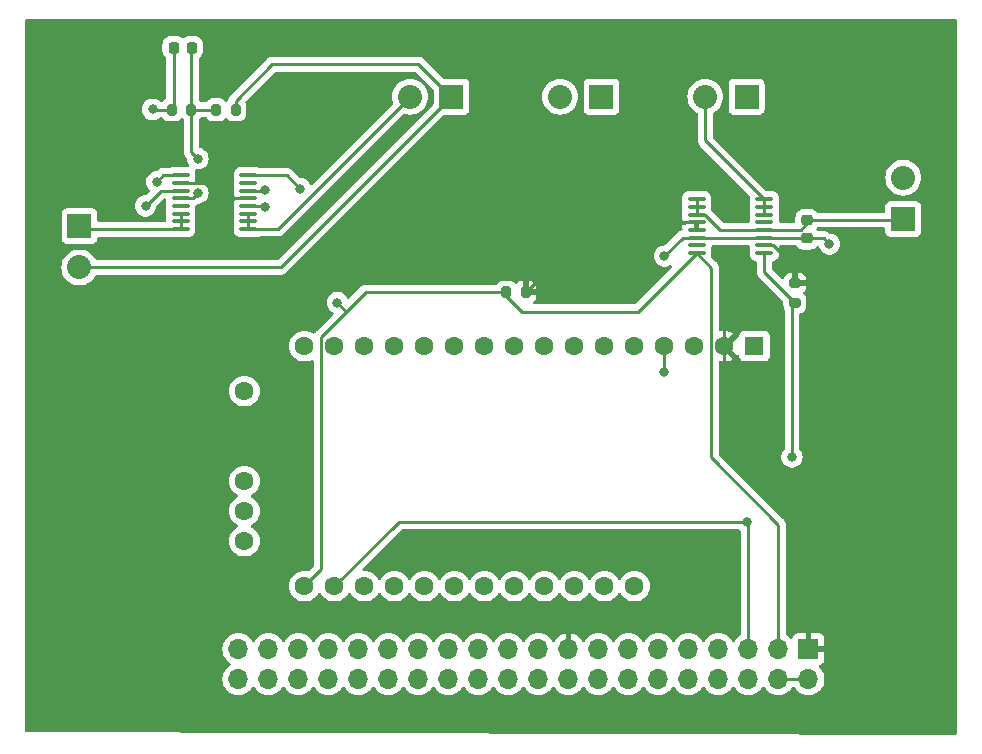
<source format=gtl>
%TF.GenerationSoftware,KiCad,Pcbnew,7.0.8*%
%TF.CreationDate,2024-03-08T20:35:52-08:00*%
%TF.ProjectId,solar_charger,736f6c61-725f-4636-9861-726765722e6b,rev?*%
%TF.SameCoordinates,Original*%
%TF.FileFunction,Copper,L1,Top*%
%TF.FilePolarity,Positive*%
%FSLAX46Y46*%
G04 Gerber Fmt 4.6, Leading zero omitted, Abs format (unit mm)*
G04 Created by KiCad (PCBNEW 7.0.8) date 2024-03-08 20:35:52*
%MOMM*%
%LPD*%
G01*
G04 APERTURE LIST*
G04 Aperture macros list*
%AMRoundRect*
0 Rectangle with rounded corners*
0 $1 Rounding radius*
0 $2 $3 $4 $5 $6 $7 $8 $9 X,Y pos of 4 corners*
0 Add a 4 corners polygon primitive as box body*
4,1,4,$2,$3,$4,$5,$6,$7,$8,$9,$2,$3,0*
0 Add four circle primitives for the rounded corners*
1,1,$1+$1,$2,$3*
1,1,$1+$1,$4,$5*
1,1,$1+$1,$6,$7*
1,1,$1+$1,$8,$9*
0 Add four rect primitives between the rounded corners*
20,1,$1+$1,$2,$3,$4,$5,0*
20,1,$1+$1,$4,$5,$6,$7,0*
20,1,$1+$1,$6,$7,$8,$9,0*
20,1,$1+$1,$8,$9,$2,$3,0*%
G04 Aperture macros list end*
%TA.AperFunction,SMDPad,CuDef*%
%ADD10RoundRect,0.225000X0.225000X0.250000X-0.225000X0.250000X-0.225000X-0.250000X0.225000X-0.250000X0*%
%TD*%
%TA.AperFunction,SMDPad,CuDef*%
%ADD11RoundRect,0.225000X-0.250000X0.225000X-0.250000X-0.225000X0.250000X-0.225000X0.250000X0.225000X0*%
%TD*%
%TA.AperFunction,SMDPad,CuDef*%
%ADD12RoundRect,0.200000X0.200000X0.275000X-0.200000X0.275000X-0.200000X-0.275000X0.200000X-0.275000X0*%
%TD*%
%TA.AperFunction,ComponentPad*%
%ADD13R,2.032000X2.032000*%
%TD*%
%TA.AperFunction,ComponentPad*%
%ADD14C,2.032000*%
%TD*%
%TA.AperFunction,ComponentPad*%
%ADD15R,1.600000X1.600000*%
%TD*%
%TA.AperFunction,ComponentPad*%
%ADD16C,1.600000*%
%TD*%
%TA.AperFunction,SMDPad,CuDef*%
%ADD17RoundRect,0.200000X-0.275000X0.200000X-0.275000X-0.200000X0.275000X-0.200000X0.275000X0.200000X0*%
%TD*%
%TA.AperFunction,SMDPad,CuDef*%
%ADD18RoundRect,0.100000X-0.637500X-0.100000X0.637500X-0.100000X0.637500X0.100000X-0.637500X0.100000X0*%
%TD*%
%TA.AperFunction,SMDPad,CuDef*%
%ADD19RoundRect,0.100000X0.637500X0.100000X-0.637500X0.100000X-0.637500X-0.100000X0.637500X-0.100000X0*%
%TD*%
%TA.AperFunction,ComponentPad*%
%ADD20R,1.700000X1.700000*%
%TD*%
%TA.AperFunction,ComponentPad*%
%ADD21O,1.700000X1.700000*%
%TD*%
%TA.AperFunction,ViaPad*%
%ADD22C,0.800000*%
%TD*%
%TA.AperFunction,Conductor*%
%ADD23C,0.250000*%
%TD*%
G04 APERTURE END LIST*
D10*
X113157000Y-38989000D03*
X111607000Y-38989000D03*
D11*
X165230000Y-53581000D03*
X165230000Y-55131000D03*
D12*
X141414000Y-59690000D03*
X139764000Y-59690000D03*
D13*
X147828000Y-43140000D03*
D14*
X144328000Y-43140000D03*
D15*
X160782000Y-64262000D03*
D16*
X158242000Y-64262000D03*
X155702000Y-64262000D03*
X153162000Y-64262000D03*
X150622000Y-64262000D03*
X148082000Y-64262000D03*
X145542000Y-64262000D03*
X143002000Y-64262000D03*
X140462000Y-64262000D03*
X137922000Y-64262000D03*
X135382000Y-64262000D03*
X132842000Y-64262000D03*
X130302000Y-64262000D03*
X127762000Y-64262000D03*
X125222000Y-64262000D03*
X122682000Y-64262000D03*
X122682000Y-84582000D03*
X125222000Y-84582000D03*
X127762000Y-84582000D03*
X130302000Y-84582000D03*
X132842000Y-84582000D03*
X135382000Y-84582000D03*
X137922000Y-84582000D03*
X140462000Y-84582000D03*
X143002000Y-84582000D03*
X145542000Y-84582000D03*
X148082000Y-84582000D03*
X150622000Y-84582000D03*
X117602000Y-68072000D03*
X117602000Y-75692000D03*
X117602000Y-78232000D03*
X117602000Y-80772000D03*
D17*
X164211000Y-58928000D03*
X164211000Y-60578000D03*
D18*
X155887500Y-51827000D03*
X155887500Y-52477000D03*
X155887500Y-53127000D03*
X155887500Y-53777000D03*
X155887500Y-54427000D03*
X155887500Y-55077000D03*
X155887500Y-55727000D03*
X155887500Y-56377000D03*
X161612500Y-56377000D03*
X161612500Y-55727000D03*
X161612500Y-55077000D03*
X161612500Y-54427000D03*
X161612500Y-53777000D03*
X161612500Y-53127000D03*
X161612500Y-52477000D03*
X161612500Y-51827000D03*
D13*
X160117800Y-43140000D03*
D14*
X156617800Y-43140000D03*
D13*
X135128000Y-43140000D03*
D14*
X131628000Y-43140000D03*
D19*
X117924500Y-54345000D03*
X117924500Y-53695000D03*
X117924500Y-53045000D03*
X117924500Y-52395000D03*
X117924500Y-51745000D03*
X117924500Y-51095000D03*
X117924500Y-50445000D03*
X117924500Y-49795000D03*
X112199500Y-49795000D03*
X112199500Y-50445000D03*
X112199500Y-51095000D03*
X112199500Y-51745000D03*
X112199500Y-52395000D03*
X112199500Y-53045000D03*
X112199500Y-53695000D03*
X112199500Y-54345000D03*
D12*
X116852500Y-44246500D03*
X115202500Y-44246500D03*
D13*
X103632000Y-54102000D03*
D14*
X103632000Y-57602000D03*
D13*
X173382000Y-53489800D03*
D14*
X173382000Y-49989800D03*
D12*
X113105500Y-44246500D03*
X111455500Y-44246500D03*
D20*
X165354000Y-89916000D03*
D21*
X165354000Y-92456000D03*
X162814000Y-89916000D03*
X162814000Y-92456000D03*
X160274000Y-89916000D03*
X160274000Y-92456000D03*
X157734000Y-89916000D03*
X157734000Y-92456000D03*
X155194000Y-89916000D03*
X155194000Y-92456000D03*
X152654000Y-89916000D03*
X152654000Y-92456000D03*
X150114000Y-89916000D03*
X150114000Y-92456000D03*
X147574000Y-89916000D03*
X147574000Y-92456000D03*
X145034000Y-89916000D03*
X145034000Y-92456000D03*
X142494000Y-89916000D03*
X142494000Y-92456000D03*
X139954000Y-89916000D03*
X139954000Y-92456000D03*
X137414000Y-89916000D03*
X137414000Y-92456000D03*
X134874000Y-89916000D03*
X134874000Y-92456000D03*
X132334000Y-89916000D03*
X132334000Y-92456000D03*
X129794000Y-89916000D03*
X129794000Y-92456000D03*
X127254000Y-89916000D03*
X127254000Y-92456000D03*
X124714000Y-89916000D03*
X124714000Y-92456000D03*
X122174000Y-89916000D03*
X122174000Y-92456000D03*
X119634000Y-89916000D03*
X119634000Y-92456000D03*
X117094000Y-89916000D03*
X117094000Y-92456000D03*
D22*
X153162000Y-56642000D03*
X167132000Y-55626000D03*
X158242000Y-62484000D03*
X119380000Y-52451000D03*
X153162000Y-66421000D03*
X109820000Y-44220000D03*
X119380000Y-51054000D03*
X109230000Y-52400000D03*
X125476000Y-60579000D03*
X122301000Y-50927000D03*
X110176800Y-50351200D03*
X163957000Y-73660000D03*
X160147000Y-79121000D03*
X113665000Y-51308000D03*
X113665000Y-48387000D03*
D23*
X116852500Y-44246500D02*
X116852500Y-43484500D01*
X116852500Y-43484500D02*
X119951000Y-40386000D01*
X119951000Y-40386000D02*
X132334000Y-40386000D01*
X132334000Y-40386000D02*
X135128000Y-43180000D01*
X141414000Y-59690000D02*
X147327000Y-53777000D01*
X147327000Y-53777000D02*
X155887500Y-53777000D01*
X135128000Y-43140000D02*
X120666000Y-57602000D01*
X120666000Y-57602000D02*
X103632000Y-57602000D01*
X154727000Y-55077000D02*
X153162000Y-56642000D01*
X155887500Y-55077000D02*
X154727000Y-55077000D01*
X166637000Y-55131000D02*
X167132000Y-55626000D01*
X165230000Y-55131000D02*
X166637000Y-55131000D01*
X165230000Y-53581000D02*
X173290800Y-53581000D01*
X173290800Y-53581000D02*
X173382000Y-53489800D01*
X161612500Y-55077000D02*
X165176000Y-55077000D01*
X165176000Y-55077000D02*
X165230000Y-55131000D01*
X161612500Y-54427000D02*
X164681182Y-54427000D01*
X164681182Y-54427000D02*
X165230000Y-53878182D01*
X165230000Y-53878182D02*
X165230000Y-53581000D01*
X157876042Y-54427000D02*
X156576042Y-53127000D01*
X161612500Y-54427000D02*
X157876042Y-54427000D01*
X156576042Y-53127000D02*
X155887500Y-53127000D01*
X155887500Y-53127000D02*
X155887500Y-51827000D01*
X116261000Y-51745000D02*
X116586000Y-51745000D01*
X162350000Y-55727000D02*
X161612500Y-55727000D01*
X114961000Y-50445000D02*
X116261000Y-51745000D01*
X158242000Y-64262000D02*
X158242000Y-66167000D01*
X165354000Y-89916000D02*
X165354000Y-87757000D01*
X164211000Y-57588000D02*
X162350000Y-55727000D01*
X164211000Y-58928000D02*
X164211000Y-57588000D01*
X116586000Y-51745000D02*
X117924500Y-51745000D01*
X155887500Y-54427000D02*
X155887500Y-53777000D01*
X158242000Y-64262000D02*
X158242000Y-62484000D01*
X112199500Y-50445000D02*
X114961000Y-50445000D01*
X110535000Y-51095000D02*
X109230000Y-52400000D01*
X109846500Y-44246500D02*
X109820000Y-44220000D01*
X117924500Y-52395000D02*
X119324000Y-52395000D01*
X117924500Y-51095000D02*
X119339000Y-51095000D01*
X111455500Y-44246500D02*
X111455500Y-44564500D01*
X111607000Y-38989000D02*
X111607000Y-44095000D01*
X112199500Y-51095000D02*
X110535000Y-51095000D01*
X111607000Y-44095000D02*
X111455500Y-44246500D01*
X161612500Y-55077000D02*
X155887500Y-55077000D01*
X111455500Y-44246500D02*
X109846500Y-44246500D01*
X153162000Y-64262000D02*
X153162000Y-66421000D01*
X119339000Y-51095000D02*
X119380000Y-51054000D01*
X119324000Y-52395000D02*
X119380000Y-52451000D01*
X141097000Y-61341000D02*
X139764000Y-60008000D01*
X121169000Y-49795000D02*
X122301000Y-50927000D01*
X127889000Y-59690000D02*
X126174500Y-61404500D01*
X155887500Y-56377000D02*
X150923500Y-61341000D01*
X126174500Y-61277500D02*
X126174500Y-61404500D01*
X150923500Y-61341000D02*
X141097000Y-61341000D01*
X124097000Y-63482000D02*
X124097000Y-83167000D01*
X126174500Y-61404500D02*
X124097000Y-63482000D01*
X139764000Y-60008000D02*
X139764000Y-59690000D01*
X157117000Y-57606500D02*
X155887500Y-56377000D01*
X117924500Y-49795000D02*
X121169000Y-49795000D01*
X162814000Y-79375000D02*
X157117000Y-73678000D01*
X125476000Y-60579000D02*
X126174500Y-61277500D01*
X124097000Y-83167000D02*
X122682000Y-84582000D01*
X139764000Y-59690000D02*
X127889000Y-59690000D01*
X162814000Y-89916000D02*
X162814000Y-79375000D01*
X157117000Y-73678000D02*
X157117000Y-57606500D01*
X112199500Y-54345000D02*
X112199500Y-53045000D01*
X112188500Y-54356000D02*
X112199500Y-54345000D01*
X103886000Y-54356000D02*
X112188500Y-54356000D01*
X103632000Y-54102000D02*
X103886000Y-54356000D01*
X117924500Y-54345000D02*
X117924500Y-53045000D01*
X117924500Y-54345000D02*
X120463000Y-54345000D01*
X120463000Y-54345000D02*
X131628000Y-43180000D01*
X163957000Y-73660000D02*
X163957000Y-60832000D01*
X160274000Y-79248000D02*
X160147000Y-79121000D01*
X110733000Y-49795000D02*
X112199500Y-49795000D01*
X163957000Y-60832000D02*
X164211000Y-60578000D01*
X130683000Y-79121000D02*
X160147000Y-79121000D01*
X125222000Y-84582000D02*
X130683000Y-79121000D01*
X160274000Y-89916000D02*
X160274000Y-79248000D01*
X164211000Y-60578000D02*
X161612500Y-57979500D01*
X110176800Y-50351200D02*
X110733000Y-49795000D01*
X161612500Y-57979500D02*
X161612500Y-56377000D01*
X161612500Y-51827000D02*
X161612500Y-53127000D01*
X156617800Y-43140000D02*
X156617800Y-46832300D01*
X156617800Y-46832300D02*
X161612500Y-51827000D01*
X113105500Y-47827500D02*
X113665000Y-48387000D01*
X113105500Y-44246500D02*
X113105500Y-39040500D01*
X113228000Y-51745000D02*
X112649500Y-51745000D01*
X113105500Y-39040500D02*
X113157000Y-38989000D01*
X113665000Y-51308000D02*
X113228000Y-51745000D01*
X113106500Y-44245500D02*
X113105500Y-44246500D01*
X113105500Y-44246500D02*
X113105500Y-47827500D01*
X115202500Y-44246500D02*
X113105500Y-44246500D01*
X162941000Y-92583000D02*
X162941000Y-92837000D01*
X162814000Y-92456000D02*
X165354000Y-92456000D01*
%TA.AperFunction,Conductor*%
G36*
X156030539Y-53847184D02*
G01*
X156076294Y-53899988D01*
X156087500Y-53951499D01*
X156087500Y-54252500D01*
X156067815Y-54319539D01*
X156015011Y-54365294D01*
X155963500Y-54376500D01*
X155811500Y-54376500D01*
X155744461Y-54356815D01*
X155698706Y-54304011D01*
X155687500Y-54252500D01*
X155687500Y-53951499D01*
X155707185Y-53884460D01*
X155759989Y-53838705D01*
X155811497Y-53827499D01*
X155963501Y-53827499D01*
X156030539Y-53847184D01*
G37*
%TD.AperFunction*%
%TA.AperFunction,Conductor*%
G36*
X177869539Y-36596185D02*
G01*
X177915294Y-36648989D01*
X177926500Y-36700500D01*
X177926500Y-97024100D01*
X177906815Y-97091139D01*
X177854011Y-97136894D01*
X177802125Y-97148099D01*
X99133125Y-96910428D01*
X99066146Y-96890541D01*
X99020551Y-96837599D01*
X99009500Y-96786429D01*
X99009500Y-92456000D01*
X115738341Y-92456000D01*
X115758936Y-92691403D01*
X115758938Y-92691413D01*
X115820094Y-92919655D01*
X115820096Y-92919659D01*
X115820097Y-92919663D01*
X115824000Y-92928032D01*
X115919965Y-93133830D01*
X115919967Y-93133834D01*
X116028281Y-93288521D01*
X116055505Y-93327401D01*
X116222599Y-93494495D01*
X116319384Y-93562265D01*
X116416165Y-93630032D01*
X116416167Y-93630033D01*
X116416170Y-93630035D01*
X116630337Y-93729903D01*
X116858592Y-93791063D01*
X117046918Y-93807539D01*
X117093999Y-93811659D01*
X117094000Y-93811659D01*
X117094001Y-93811659D01*
X117133234Y-93808226D01*
X117329408Y-93791063D01*
X117557663Y-93729903D01*
X117771830Y-93630035D01*
X117965401Y-93494495D01*
X118132495Y-93327401D01*
X118262425Y-93141842D01*
X118317002Y-93098217D01*
X118386500Y-93091023D01*
X118448855Y-93122546D01*
X118465575Y-93141842D01*
X118595500Y-93327395D01*
X118595505Y-93327401D01*
X118762599Y-93494495D01*
X118859384Y-93562265D01*
X118956165Y-93630032D01*
X118956167Y-93630033D01*
X118956170Y-93630035D01*
X119170337Y-93729903D01*
X119398592Y-93791063D01*
X119586918Y-93807539D01*
X119633999Y-93811659D01*
X119634000Y-93811659D01*
X119634001Y-93811659D01*
X119673234Y-93808226D01*
X119869408Y-93791063D01*
X120097663Y-93729903D01*
X120311830Y-93630035D01*
X120505401Y-93494495D01*
X120672495Y-93327401D01*
X120802425Y-93141842D01*
X120857002Y-93098217D01*
X120926500Y-93091023D01*
X120988855Y-93122546D01*
X121005575Y-93141842D01*
X121135500Y-93327395D01*
X121135505Y-93327401D01*
X121302599Y-93494495D01*
X121399384Y-93562265D01*
X121496165Y-93630032D01*
X121496167Y-93630033D01*
X121496170Y-93630035D01*
X121710337Y-93729903D01*
X121938592Y-93791063D01*
X122126918Y-93807539D01*
X122173999Y-93811659D01*
X122174000Y-93811659D01*
X122174001Y-93811659D01*
X122213234Y-93808226D01*
X122409408Y-93791063D01*
X122637663Y-93729903D01*
X122851830Y-93630035D01*
X123045401Y-93494495D01*
X123212495Y-93327401D01*
X123342425Y-93141842D01*
X123397002Y-93098217D01*
X123466500Y-93091023D01*
X123528855Y-93122546D01*
X123545575Y-93141842D01*
X123675500Y-93327395D01*
X123675505Y-93327401D01*
X123842599Y-93494495D01*
X123939384Y-93562265D01*
X124036165Y-93630032D01*
X124036167Y-93630033D01*
X124036170Y-93630035D01*
X124250337Y-93729903D01*
X124478592Y-93791063D01*
X124666918Y-93807539D01*
X124713999Y-93811659D01*
X124714000Y-93811659D01*
X124714001Y-93811659D01*
X124753234Y-93808226D01*
X124949408Y-93791063D01*
X125177663Y-93729903D01*
X125391830Y-93630035D01*
X125585401Y-93494495D01*
X125752495Y-93327401D01*
X125882425Y-93141842D01*
X125937002Y-93098217D01*
X126006500Y-93091023D01*
X126068855Y-93122546D01*
X126085575Y-93141842D01*
X126215500Y-93327395D01*
X126215505Y-93327401D01*
X126382599Y-93494495D01*
X126479384Y-93562265D01*
X126576165Y-93630032D01*
X126576167Y-93630033D01*
X126576170Y-93630035D01*
X126790337Y-93729903D01*
X127018592Y-93791063D01*
X127206918Y-93807539D01*
X127253999Y-93811659D01*
X127254000Y-93811659D01*
X127254001Y-93811659D01*
X127293234Y-93808226D01*
X127489408Y-93791063D01*
X127717663Y-93729903D01*
X127931830Y-93630035D01*
X128125401Y-93494495D01*
X128292495Y-93327401D01*
X128422425Y-93141842D01*
X128477002Y-93098217D01*
X128546500Y-93091023D01*
X128608855Y-93122546D01*
X128625575Y-93141842D01*
X128755500Y-93327395D01*
X128755505Y-93327401D01*
X128922599Y-93494495D01*
X129019384Y-93562265D01*
X129116165Y-93630032D01*
X129116167Y-93630033D01*
X129116170Y-93630035D01*
X129330337Y-93729903D01*
X129558592Y-93791063D01*
X129746918Y-93807539D01*
X129793999Y-93811659D01*
X129794000Y-93811659D01*
X129794001Y-93811659D01*
X129833234Y-93808226D01*
X130029408Y-93791063D01*
X130257663Y-93729903D01*
X130471830Y-93630035D01*
X130665401Y-93494495D01*
X130832495Y-93327401D01*
X130962425Y-93141842D01*
X131017002Y-93098217D01*
X131086500Y-93091023D01*
X131148855Y-93122546D01*
X131165575Y-93141842D01*
X131295500Y-93327395D01*
X131295505Y-93327401D01*
X131462599Y-93494495D01*
X131559384Y-93562265D01*
X131656165Y-93630032D01*
X131656167Y-93630033D01*
X131656170Y-93630035D01*
X131870337Y-93729903D01*
X132098592Y-93791063D01*
X132286918Y-93807539D01*
X132333999Y-93811659D01*
X132334000Y-93811659D01*
X132334001Y-93811659D01*
X132373234Y-93808226D01*
X132569408Y-93791063D01*
X132797663Y-93729903D01*
X133011830Y-93630035D01*
X133205401Y-93494495D01*
X133372495Y-93327401D01*
X133502425Y-93141842D01*
X133557002Y-93098217D01*
X133626500Y-93091023D01*
X133688855Y-93122546D01*
X133705575Y-93141842D01*
X133835500Y-93327395D01*
X133835505Y-93327401D01*
X134002599Y-93494495D01*
X134099384Y-93562265D01*
X134196165Y-93630032D01*
X134196167Y-93630033D01*
X134196170Y-93630035D01*
X134410337Y-93729903D01*
X134638592Y-93791063D01*
X134826918Y-93807539D01*
X134873999Y-93811659D01*
X134874000Y-93811659D01*
X134874001Y-93811659D01*
X134913234Y-93808226D01*
X135109408Y-93791063D01*
X135337663Y-93729903D01*
X135551830Y-93630035D01*
X135745401Y-93494495D01*
X135912495Y-93327401D01*
X136042425Y-93141842D01*
X136097002Y-93098217D01*
X136166500Y-93091023D01*
X136228855Y-93122546D01*
X136245575Y-93141842D01*
X136375500Y-93327395D01*
X136375505Y-93327401D01*
X136542599Y-93494495D01*
X136639384Y-93562265D01*
X136736165Y-93630032D01*
X136736167Y-93630033D01*
X136736170Y-93630035D01*
X136950337Y-93729903D01*
X137178592Y-93791063D01*
X137366918Y-93807539D01*
X137413999Y-93811659D01*
X137414000Y-93811659D01*
X137414001Y-93811659D01*
X137453234Y-93808226D01*
X137649408Y-93791063D01*
X137877663Y-93729903D01*
X138091830Y-93630035D01*
X138285401Y-93494495D01*
X138452495Y-93327401D01*
X138582425Y-93141842D01*
X138637002Y-93098217D01*
X138706500Y-93091023D01*
X138768855Y-93122546D01*
X138785575Y-93141842D01*
X138915500Y-93327395D01*
X138915505Y-93327401D01*
X139082599Y-93494495D01*
X139179384Y-93562265D01*
X139276165Y-93630032D01*
X139276167Y-93630033D01*
X139276170Y-93630035D01*
X139490337Y-93729903D01*
X139718592Y-93791063D01*
X139906918Y-93807539D01*
X139953999Y-93811659D01*
X139954000Y-93811659D01*
X139954001Y-93811659D01*
X139993234Y-93808226D01*
X140189408Y-93791063D01*
X140417663Y-93729903D01*
X140631830Y-93630035D01*
X140825401Y-93494495D01*
X140992495Y-93327401D01*
X141122425Y-93141842D01*
X141177002Y-93098217D01*
X141246500Y-93091023D01*
X141308855Y-93122546D01*
X141325575Y-93141842D01*
X141455500Y-93327395D01*
X141455505Y-93327401D01*
X141622599Y-93494495D01*
X141719384Y-93562265D01*
X141816165Y-93630032D01*
X141816167Y-93630033D01*
X141816170Y-93630035D01*
X142030337Y-93729903D01*
X142258592Y-93791063D01*
X142446918Y-93807539D01*
X142493999Y-93811659D01*
X142494000Y-93811659D01*
X142494001Y-93811659D01*
X142533234Y-93808226D01*
X142729408Y-93791063D01*
X142957663Y-93729903D01*
X143171830Y-93630035D01*
X143365401Y-93494495D01*
X143532495Y-93327401D01*
X143662425Y-93141842D01*
X143717002Y-93098217D01*
X143786500Y-93091023D01*
X143848855Y-93122546D01*
X143865575Y-93141842D01*
X143995500Y-93327395D01*
X143995505Y-93327401D01*
X144162599Y-93494495D01*
X144259384Y-93562265D01*
X144356165Y-93630032D01*
X144356167Y-93630033D01*
X144356170Y-93630035D01*
X144570337Y-93729903D01*
X144798592Y-93791063D01*
X144986918Y-93807539D01*
X145033999Y-93811659D01*
X145034000Y-93811659D01*
X145034001Y-93811659D01*
X145073234Y-93808226D01*
X145269408Y-93791063D01*
X145497663Y-93729903D01*
X145711830Y-93630035D01*
X145905401Y-93494495D01*
X146072495Y-93327401D01*
X146202425Y-93141842D01*
X146257002Y-93098217D01*
X146326500Y-93091023D01*
X146388855Y-93122546D01*
X146405575Y-93141842D01*
X146535500Y-93327395D01*
X146535505Y-93327401D01*
X146702599Y-93494495D01*
X146799384Y-93562265D01*
X146896165Y-93630032D01*
X146896167Y-93630033D01*
X146896170Y-93630035D01*
X147110337Y-93729903D01*
X147338592Y-93791063D01*
X147526918Y-93807539D01*
X147573999Y-93811659D01*
X147574000Y-93811659D01*
X147574001Y-93811659D01*
X147613234Y-93808226D01*
X147809408Y-93791063D01*
X148037663Y-93729903D01*
X148251830Y-93630035D01*
X148445401Y-93494495D01*
X148612495Y-93327401D01*
X148742425Y-93141842D01*
X148797002Y-93098217D01*
X148866500Y-93091023D01*
X148928855Y-93122546D01*
X148945575Y-93141842D01*
X149075500Y-93327395D01*
X149075505Y-93327401D01*
X149242599Y-93494495D01*
X149339384Y-93562265D01*
X149436165Y-93630032D01*
X149436167Y-93630033D01*
X149436170Y-93630035D01*
X149650337Y-93729903D01*
X149878592Y-93791063D01*
X150066918Y-93807539D01*
X150113999Y-93811659D01*
X150114000Y-93811659D01*
X150114001Y-93811659D01*
X150153234Y-93808226D01*
X150349408Y-93791063D01*
X150577663Y-93729903D01*
X150791830Y-93630035D01*
X150985401Y-93494495D01*
X151152495Y-93327401D01*
X151282425Y-93141842D01*
X151337002Y-93098217D01*
X151406500Y-93091023D01*
X151468855Y-93122546D01*
X151485575Y-93141842D01*
X151615500Y-93327395D01*
X151615505Y-93327401D01*
X151782599Y-93494495D01*
X151879384Y-93562265D01*
X151976165Y-93630032D01*
X151976167Y-93630033D01*
X151976170Y-93630035D01*
X152190337Y-93729903D01*
X152418592Y-93791063D01*
X152606918Y-93807539D01*
X152653999Y-93811659D01*
X152654000Y-93811659D01*
X152654001Y-93811659D01*
X152693234Y-93808226D01*
X152889408Y-93791063D01*
X153117663Y-93729903D01*
X153331830Y-93630035D01*
X153525401Y-93494495D01*
X153692495Y-93327401D01*
X153822425Y-93141842D01*
X153877002Y-93098217D01*
X153946500Y-93091023D01*
X154008855Y-93122546D01*
X154025575Y-93141842D01*
X154155500Y-93327395D01*
X154155505Y-93327401D01*
X154322599Y-93494495D01*
X154419384Y-93562265D01*
X154516165Y-93630032D01*
X154516167Y-93630033D01*
X154516170Y-93630035D01*
X154730337Y-93729903D01*
X154958592Y-93791063D01*
X155146918Y-93807539D01*
X155193999Y-93811659D01*
X155194000Y-93811659D01*
X155194001Y-93811659D01*
X155233234Y-93808226D01*
X155429408Y-93791063D01*
X155657663Y-93729903D01*
X155871830Y-93630035D01*
X156065401Y-93494495D01*
X156232495Y-93327401D01*
X156362425Y-93141842D01*
X156417002Y-93098217D01*
X156486500Y-93091023D01*
X156548855Y-93122546D01*
X156565575Y-93141842D01*
X156695500Y-93327395D01*
X156695505Y-93327401D01*
X156862599Y-93494495D01*
X156959384Y-93562265D01*
X157056165Y-93630032D01*
X157056167Y-93630033D01*
X157056170Y-93630035D01*
X157270337Y-93729903D01*
X157498592Y-93791063D01*
X157686918Y-93807539D01*
X157733999Y-93811659D01*
X157734000Y-93811659D01*
X157734001Y-93811659D01*
X157773234Y-93808226D01*
X157969408Y-93791063D01*
X158197663Y-93729903D01*
X158411830Y-93630035D01*
X158605401Y-93494495D01*
X158772495Y-93327401D01*
X158902425Y-93141842D01*
X158957002Y-93098217D01*
X159026500Y-93091023D01*
X159088855Y-93122546D01*
X159105575Y-93141842D01*
X159235500Y-93327395D01*
X159235505Y-93327401D01*
X159402599Y-93494495D01*
X159499384Y-93562265D01*
X159596165Y-93630032D01*
X159596167Y-93630033D01*
X159596170Y-93630035D01*
X159810337Y-93729903D01*
X160038592Y-93791063D01*
X160226918Y-93807539D01*
X160273999Y-93811659D01*
X160274000Y-93811659D01*
X160274001Y-93811659D01*
X160313234Y-93808226D01*
X160509408Y-93791063D01*
X160737663Y-93729903D01*
X160951830Y-93630035D01*
X161145401Y-93494495D01*
X161312495Y-93327401D01*
X161442425Y-93141842D01*
X161497002Y-93098217D01*
X161566500Y-93091023D01*
X161628855Y-93122546D01*
X161645575Y-93141842D01*
X161775500Y-93327395D01*
X161775505Y-93327401D01*
X161942599Y-93494495D01*
X162039384Y-93562265D01*
X162136165Y-93630032D01*
X162136167Y-93630033D01*
X162136170Y-93630035D01*
X162350337Y-93729903D01*
X162578592Y-93791063D01*
X162766918Y-93807539D01*
X162813999Y-93811659D01*
X162814000Y-93811659D01*
X162814001Y-93811659D01*
X162853234Y-93808226D01*
X163049408Y-93791063D01*
X163277663Y-93729903D01*
X163491830Y-93630035D01*
X163685401Y-93494495D01*
X163852495Y-93327401D01*
X163982425Y-93141842D01*
X164037002Y-93098217D01*
X164106500Y-93091023D01*
X164168855Y-93122546D01*
X164185575Y-93141842D01*
X164315500Y-93327395D01*
X164315505Y-93327401D01*
X164482599Y-93494495D01*
X164579384Y-93562265D01*
X164676165Y-93630032D01*
X164676167Y-93630033D01*
X164676170Y-93630035D01*
X164890337Y-93729903D01*
X165118592Y-93791063D01*
X165306918Y-93807539D01*
X165353999Y-93811659D01*
X165354000Y-93811659D01*
X165354001Y-93811659D01*
X165393234Y-93808226D01*
X165589408Y-93791063D01*
X165817663Y-93729903D01*
X166031830Y-93630035D01*
X166225401Y-93494495D01*
X166392495Y-93327401D01*
X166528035Y-93133830D01*
X166627903Y-92919663D01*
X166689063Y-92691408D01*
X166709659Y-92456000D01*
X166689063Y-92220592D01*
X166627903Y-91992337D01*
X166528035Y-91778171D01*
X166522424Y-91770158D01*
X166392496Y-91584600D01*
X166392493Y-91584597D01*
X166270179Y-91462283D01*
X166236696Y-91400963D01*
X166241680Y-91331271D01*
X166283551Y-91275337D01*
X166314529Y-91258422D01*
X166446086Y-91209354D01*
X166446093Y-91209350D01*
X166561187Y-91123190D01*
X166561190Y-91123187D01*
X166647350Y-91008093D01*
X166647354Y-91008086D01*
X166697596Y-90873379D01*
X166697598Y-90873372D01*
X166703999Y-90813844D01*
X166704000Y-90813827D01*
X166704000Y-90166000D01*
X165787686Y-90166000D01*
X165813493Y-90125844D01*
X165854000Y-89987889D01*
X165854000Y-89844111D01*
X165813493Y-89706156D01*
X165787686Y-89666000D01*
X166704000Y-89666000D01*
X166704000Y-89018172D01*
X166703999Y-89018155D01*
X166697598Y-88958627D01*
X166697596Y-88958620D01*
X166647354Y-88823913D01*
X166647350Y-88823906D01*
X166561190Y-88708812D01*
X166561187Y-88708809D01*
X166446093Y-88622649D01*
X166446086Y-88622645D01*
X166311379Y-88572403D01*
X166311372Y-88572401D01*
X166251844Y-88566000D01*
X165604000Y-88566000D01*
X165604000Y-89480498D01*
X165496315Y-89431320D01*
X165389763Y-89416000D01*
X165318237Y-89416000D01*
X165211685Y-89431320D01*
X165104000Y-89480498D01*
X165104000Y-88566000D01*
X164456155Y-88566000D01*
X164396627Y-88572401D01*
X164396620Y-88572403D01*
X164261913Y-88622645D01*
X164261906Y-88622649D01*
X164146812Y-88708809D01*
X164146809Y-88708812D01*
X164060649Y-88823906D01*
X164060645Y-88823913D01*
X164011578Y-88955470D01*
X163969707Y-89011404D01*
X163904242Y-89035821D01*
X163835969Y-89020969D01*
X163807715Y-88999819D01*
X163763366Y-88955470D01*
X163685401Y-88877505D01*
X163608854Y-88823906D01*
X163492376Y-88742347D01*
X163448751Y-88687770D01*
X163439500Y-88640772D01*
X163439500Y-79457742D01*
X163441224Y-79442122D01*
X163440939Y-79442095D01*
X163441673Y-79434333D01*
X163439500Y-79365172D01*
X163439500Y-79335656D01*
X163439500Y-79335650D01*
X163438631Y-79328779D01*
X163438173Y-79322952D01*
X163437743Y-79309256D01*
X163436710Y-79276373D01*
X163431119Y-79257130D01*
X163427173Y-79238078D01*
X163424664Y-79218208D01*
X163407504Y-79174867D01*
X163405624Y-79169379D01*
X163392618Y-79124610D01*
X163382422Y-79107370D01*
X163373861Y-79089894D01*
X163366487Y-79071270D01*
X163366486Y-79071268D01*
X163339079Y-79033545D01*
X163335888Y-79028686D01*
X163312172Y-78988583D01*
X163312165Y-78988574D01*
X163298006Y-78974415D01*
X163285368Y-78959619D01*
X163273594Y-78943413D01*
X163260697Y-78932744D01*
X163237688Y-78913709D01*
X163233376Y-78909786D01*
X157778819Y-73455228D01*
X157745334Y-73393905D01*
X157742500Y-73367547D01*
X157742500Y-65635619D01*
X157762185Y-65568580D01*
X157814989Y-65522825D01*
X157884147Y-65512881D01*
X157898593Y-65515844D01*
X158015390Y-65547139D01*
X158015400Y-65547141D01*
X158241998Y-65566966D01*
X158242002Y-65566966D01*
X158468599Y-65547141D01*
X158468610Y-65547139D01*
X158688317Y-65488269D01*
X158688331Y-65488264D01*
X158894478Y-65392136D01*
X158967472Y-65341025D01*
X158286400Y-64659953D01*
X158367148Y-64647165D01*
X158480045Y-64589641D01*
X158569641Y-64500045D01*
X158627165Y-64387148D01*
X158639953Y-64306400D01*
X159321024Y-64987471D01*
X159346691Y-64985226D01*
X159415191Y-64998992D01*
X159465375Y-65047607D01*
X159480935Y-65106584D01*
X159481099Y-65106576D01*
X159481146Y-65106571D01*
X159481146Y-65106573D01*
X159481324Y-65106564D01*
X159481424Y-65108439D01*
X159481500Y-65108726D01*
X159481500Y-65109856D01*
X159481501Y-65109876D01*
X159487908Y-65169483D01*
X159538202Y-65304328D01*
X159538206Y-65304335D01*
X159624452Y-65419544D01*
X159624455Y-65419547D01*
X159739664Y-65505793D01*
X159739671Y-65505797D01*
X159874517Y-65556091D01*
X159874516Y-65556091D01*
X159881444Y-65556835D01*
X159934127Y-65562500D01*
X161629872Y-65562499D01*
X161689483Y-65556091D01*
X161824331Y-65505796D01*
X161939546Y-65419546D01*
X162025796Y-65304331D01*
X162076091Y-65169483D01*
X162082500Y-65109873D01*
X162082499Y-63414128D01*
X162076091Y-63354517D01*
X162041567Y-63261954D01*
X162025797Y-63219671D01*
X162025793Y-63219664D01*
X161939547Y-63104455D01*
X161939544Y-63104452D01*
X161824335Y-63018206D01*
X161824328Y-63018202D01*
X161689482Y-62967908D01*
X161689483Y-62967908D01*
X161629883Y-62961501D01*
X161629881Y-62961500D01*
X161629873Y-62961500D01*
X161629864Y-62961500D01*
X159934129Y-62961500D01*
X159934123Y-62961501D01*
X159874516Y-62967908D01*
X159739671Y-63018202D01*
X159739664Y-63018206D01*
X159624455Y-63104452D01*
X159624452Y-63104455D01*
X159538206Y-63219664D01*
X159538202Y-63219671D01*
X159487908Y-63354517D01*
X159481501Y-63414116D01*
X159481501Y-63414123D01*
X159481500Y-63414135D01*
X159481500Y-63415243D01*
X159481427Y-63415490D01*
X159481322Y-63417452D01*
X159480858Y-63417427D01*
X159461815Y-63482282D01*
X159409011Y-63528037D01*
X159346694Y-63538771D01*
X159321026Y-63536525D01*
X158639953Y-64217598D01*
X158627165Y-64136852D01*
X158569641Y-64023955D01*
X158480045Y-63934359D01*
X158367148Y-63876835D01*
X158286400Y-63864046D01*
X158967472Y-63182974D01*
X158967471Y-63182973D01*
X158894483Y-63131866D01*
X158894481Y-63131865D01*
X158688326Y-63035734D01*
X158688317Y-63035730D01*
X158468610Y-62976860D01*
X158468599Y-62976858D01*
X158242002Y-62957034D01*
X158241998Y-62957034D01*
X158015400Y-62976858D01*
X158015389Y-62976860D01*
X157898593Y-63008155D01*
X157828743Y-63006492D01*
X157770880Y-62967329D01*
X157743377Y-62903100D01*
X157742500Y-62888380D01*
X157742500Y-57689242D01*
X157744224Y-57673622D01*
X157743939Y-57673595D01*
X157744673Y-57665833D01*
X157742500Y-57596672D01*
X157742500Y-57567156D01*
X157742500Y-57567150D01*
X157741631Y-57560279D01*
X157741173Y-57554452D01*
X157739710Y-57507873D01*
X157734119Y-57488630D01*
X157730173Y-57469578D01*
X157727664Y-57449708D01*
X157710504Y-57406367D01*
X157708624Y-57400879D01*
X157695618Y-57356110D01*
X157685422Y-57338870D01*
X157676861Y-57321394D01*
X157669487Y-57302770D01*
X157669486Y-57302768D01*
X157642079Y-57265045D01*
X157638888Y-57260186D01*
X157615172Y-57220083D01*
X157615165Y-57220074D01*
X157601006Y-57205915D01*
X157588368Y-57191119D01*
X157576594Y-57174913D01*
X157575751Y-57174216D01*
X157540688Y-57145209D01*
X157536376Y-57141286D01*
X157143507Y-56748417D01*
X157110023Y-56687095D01*
X157111101Y-56642098D01*
X157108983Y-56641820D01*
X157110045Y-56633753D01*
X157125500Y-56516361D01*
X157125499Y-56237640D01*
X157125498Y-56237636D01*
X157115043Y-56158214D01*
X157110044Y-56120238D01*
X157101434Y-56099454D01*
X157093965Y-56029986D01*
X157101435Y-56004545D01*
X157101706Y-56003890D01*
X157110044Y-55983762D01*
X157125500Y-55866361D01*
X157125500Y-55826500D01*
X157145185Y-55759461D01*
X157197989Y-55713706D01*
X157249500Y-55702500D01*
X160251001Y-55702500D01*
X160318040Y-55722185D01*
X160363795Y-55774989D01*
X160375001Y-55826500D01*
X160375001Y-55866324D01*
X160390442Y-55983622D01*
X160390445Y-55983634D01*
X160398837Y-56003895D01*
X160406304Y-56073364D01*
X160398838Y-56098794D01*
X160389956Y-56120238D01*
X160389955Y-56120239D01*
X160374500Y-56237638D01*
X160374500Y-56516363D01*
X160389953Y-56633753D01*
X160389956Y-56633762D01*
X160450464Y-56779841D01*
X160546718Y-56905282D01*
X160672159Y-57001536D01*
X160818238Y-57062044D01*
X160879186Y-57070067D01*
X160943081Y-57098333D01*
X160981553Y-57156657D01*
X160987000Y-57193006D01*
X160987000Y-57896755D01*
X160985275Y-57912372D01*
X160985561Y-57912399D01*
X160984826Y-57920165D01*
X160987000Y-57989314D01*
X160987000Y-58018843D01*
X160987001Y-58018860D01*
X160987868Y-58025731D01*
X160988326Y-58031550D01*
X160989790Y-58078124D01*
X160989791Y-58078127D01*
X160995380Y-58097367D01*
X160999324Y-58116411D01*
X161001836Y-58136292D01*
X161018990Y-58179619D01*
X161020882Y-58185147D01*
X161033881Y-58229888D01*
X161044080Y-58247134D01*
X161052638Y-58264603D01*
X161060014Y-58283232D01*
X161087398Y-58320923D01*
X161090606Y-58325807D01*
X161114327Y-58365916D01*
X161114333Y-58365924D01*
X161128490Y-58380080D01*
X161141128Y-58394876D01*
X161152905Y-58411086D01*
X161152906Y-58411087D01*
X161188809Y-58440788D01*
X161193120Y-58444710D01*
X162311287Y-59562877D01*
X163199181Y-60450771D01*
X163232666Y-60512094D01*
X163235500Y-60538452D01*
X163235500Y-60834613D01*
X163241913Y-60905192D01*
X163241913Y-60905194D01*
X163241914Y-60905196D01*
X163292522Y-61067606D01*
X163292523Y-61067607D01*
X163313616Y-61102499D01*
X163331500Y-61166650D01*
X163331500Y-72961312D01*
X163311815Y-73028351D01*
X163299650Y-73044284D01*
X163224466Y-73127784D01*
X163129821Y-73291715D01*
X163129818Y-73291722D01*
X163088493Y-73418909D01*
X163071326Y-73471744D01*
X163051540Y-73660000D01*
X163071326Y-73848256D01*
X163071327Y-73848259D01*
X163129818Y-74028277D01*
X163129821Y-74028284D01*
X163224467Y-74192216D01*
X163351129Y-74332888D01*
X163504265Y-74444148D01*
X163504270Y-74444151D01*
X163677192Y-74521142D01*
X163677197Y-74521144D01*
X163862354Y-74560500D01*
X163862355Y-74560500D01*
X164051644Y-74560500D01*
X164051646Y-74560500D01*
X164236803Y-74521144D01*
X164409730Y-74444151D01*
X164562871Y-74332888D01*
X164689533Y-74192216D01*
X164784179Y-74028284D01*
X164842674Y-73848256D01*
X164862460Y-73660000D01*
X164842674Y-73471744D01*
X164784179Y-73291716D01*
X164689533Y-73127784D01*
X164614350Y-73044284D01*
X164584120Y-72981292D01*
X164582500Y-72961312D01*
X164582500Y-61572892D01*
X164602185Y-61505853D01*
X164654989Y-61460098D01*
X164669600Y-61454509D01*
X164775606Y-61421478D01*
X164921185Y-61333472D01*
X165041472Y-61213185D01*
X165129478Y-61067606D01*
X165180086Y-60905196D01*
X165186500Y-60834616D01*
X165186500Y-60321384D01*
X165180086Y-60250804D01*
X165129478Y-60088394D01*
X165041472Y-59942815D01*
X165041470Y-59942813D01*
X165041469Y-59942811D01*
X164938984Y-59840326D01*
X164905499Y-59779003D01*
X164910483Y-59709311D01*
X164938985Y-59664963D01*
X165041071Y-59562878D01*
X165041072Y-59562877D01*
X165129019Y-59417395D01*
X165179590Y-59255106D01*
X165186000Y-59184572D01*
X165186000Y-59178000D01*
X164085000Y-59178000D01*
X164017961Y-59158315D01*
X163972206Y-59105511D01*
X163961000Y-59054000D01*
X163961000Y-58028000D01*
X164461000Y-58028000D01*
X164461000Y-58678000D01*
X165185999Y-58678000D01*
X165185999Y-58671417D01*
X165179591Y-58600897D01*
X165179590Y-58600892D01*
X165129018Y-58438603D01*
X165041072Y-58293122D01*
X164920877Y-58172927D01*
X164775395Y-58084980D01*
X164775396Y-58084980D01*
X164613105Y-58034409D01*
X164613106Y-58034409D01*
X164542572Y-58028000D01*
X164461000Y-58028000D01*
X163961000Y-58028000D01*
X163960999Y-58027999D01*
X163879417Y-58028000D01*
X163808897Y-58034408D01*
X163808892Y-58034409D01*
X163646603Y-58084981D01*
X163501122Y-58172927D01*
X163380927Y-58293122D01*
X163292981Y-58438603D01*
X163273991Y-58499544D01*
X163235253Y-58557691D01*
X163171228Y-58585665D01*
X163102243Y-58574583D01*
X163067925Y-58550334D01*
X162274319Y-57756728D01*
X162240834Y-57695405D01*
X162238000Y-57669047D01*
X162238000Y-57193006D01*
X162257685Y-57125967D01*
X162310489Y-57080212D01*
X162345811Y-57070067D01*
X162406762Y-57062044D01*
X162552841Y-57001536D01*
X162678282Y-56905282D01*
X162774536Y-56779841D01*
X162835044Y-56633762D01*
X162850500Y-56516361D01*
X162850499Y-56237640D01*
X162850499Y-56237638D01*
X162850499Y-56237636D01*
X162835046Y-56120246D01*
X162835044Y-56120239D01*
X162835044Y-56120238D01*
X162826162Y-56098797D01*
X162818694Y-56029328D01*
X162826164Y-56003890D01*
X162834555Y-55983632D01*
X162834555Y-55983631D01*
X162849999Y-55866330D01*
X162850000Y-55866316D01*
X162850000Y-55826500D01*
X162869685Y-55759461D01*
X162922489Y-55713706D01*
X162974000Y-55702500D01*
X164272108Y-55702500D01*
X164339147Y-55722185D01*
X164377646Y-55761403D01*
X164407029Y-55809040D01*
X164407032Y-55809044D01*
X164526955Y-55928967D01*
X164526959Y-55928970D01*
X164671294Y-56017998D01*
X164671297Y-56017999D01*
X164671303Y-56018003D01*
X164832292Y-56071349D01*
X164931655Y-56081500D01*
X165528344Y-56081499D01*
X165528352Y-56081498D01*
X165528355Y-56081498D01*
X165582760Y-56075940D01*
X165627708Y-56071349D01*
X165788697Y-56018003D01*
X165933044Y-55928968D01*
X166052968Y-55809044D01*
X166052968Y-55809043D01*
X166054546Y-55807466D01*
X166115869Y-55773981D01*
X166185561Y-55778965D01*
X166241494Y-55820837D01*
X166260158Y-55856828D01*
X166304819Y-55994280D01*
X166304821Y-55994284D01*
X166399467Y-56158216D01*
X166526129Y-56298888D01*
X166679265Y-56410148D01*
X166679270Y-56410151D01*
X166852192Y-56487142D01*
X166852197Y-56487144D01*
X167037354Y-56526500D01*
X167037355Y-56526500D01*
X167226644Y-56526500D01*
X167226646Y-56526500D01*
X167411803Y-56487144D01*
X167584730Y-56410151D01*
X167737871Y-56298888D01*
X167864533Y-56158216D01*
X167959179Y-55994284D01*
X168017674Y-55814256D01*
X168037460Y-55626000D01*
X168017674Y-55437744D01*
X167959179Y-55257716D01*
X167864533Y-55093784D01*
X167737871Y-54953112D01*
X167733032Y-54949596D01*
X167584734Y-54841851D01*
X167584729Y-54841848D01*
X167411807Y-54764857D01*
X167411802Y-54764855D01*
X167266001Y-54733865D01*
X167226646Y-54725500D01*
X167226645Y-54725500D01*
X167168023Y-54725500D01*
X167100984Y-54705815D01*
X167083142Y-54691894D01*
X167072364Y-54681773D01*
X167061919Y-54671328D01*
X167051475Y-54660883D01*
X167045986Y-54656625D01*
X167041561Y-54652847D01*
X167007582Y-54620938D01*
X167007580Y-54620936D01*
X167007577Y-54620935D01*
X166990029Y-54611288D01*
X166973763Y-54600604D01*
X166957933Y-54588325D01*
X166915168Y-54569818D01*
X166909922Y-54567248D01*
X166869093Y-54544803D01*
X166869092Y-54544802D01*
X166849693Y-54539822D01*
X166831281Y-54533518D01*
X166812898Y-54525562D01*
X166812892Y-54525560D01*
X166766874Y-54518272D01*
X166761152Y-54517087D01*
X166716021Y-54505500D01*
X166716019Y-54505500D01*
X166695984Y-54505500D01*
X166676586Y-54503973D01*
X166669162Y-54502797D01*
X166656805Y-54500840D01*
X166656804Y-54500840D01*
X166610416Y-54505225D01*
X166604578Y-54505500D01*
X166154547Y-54505500D01*
X166087508Y-54485815D01*
X166057276Y-54458405D01*
X166052970Y-54452960D01*
X166052968Y-54452956D01*
X166043696Y-54443684D01*
X166010209Y-54382362D01*
X166015191Y-54312670D01*
X166043696Y-54268316D01*
X166052968Y-54259044D01*
X166052973Y-54259034D01*
X166057276Y-54253595D01*
X166114296Y-54213215D01*
X166154547Y-54206500D01*
X171741501Y-54206500D01*
X171808540Y-54226185D01*
X171854295Y-54278989D01*
X171865501Y-54330500D01*
X171865501Y-54553676D01*
X171871908Y-54613283D01*
X171922202Y-54748128D01*
X171922206Y-54748135D01*
X172008452Y-54863344D01*
X172008455Y-54863347D01*
X172123664Y-54949593D01*
X172123671Y-54949597D01*
X172258517Y-54999891D01*
X172258516Y-54999891D01*
X172265444Y-55000635D01*
X172318127Y-55006300D01*
X174445872Y-55006299D01*
X174505483Y-54999891D01*
X174640331Y-54949596D01*
X174755546Y-54863346D01*
X174841796Y-54748131D01*
X174892091Y-54613283D01*
X174898500Y-54553673D01*
X174898499Y-52425928D01*
X174892091Y-52366317D01*
X174886761Y-52352027D01*
X174841797Y-52231471D01*
X174841793Y-52231464D01*
X174755547Y-52116255D01*
X174755544Y-52116252D01*
X174640335Y-52030006D01*
X174640328Y-52030002D01*
X174505482Y-51979708D01*
X174505483Y-51979708D01*
X174445883Y-51973301D01*
X174445881Y-51973300D01*
X174445873Y-51973300D01*
X174445864Y-51973300D01*
X172318129Y-51973300D01*
X172318123Y-51973301D01*
X172258516Y-51979708D01*
X172123671Y-52030002D01*
X172123664Y-52030006D01*
X172008455Y-52116252D01*
X172008452Y-52116255D01*
X171922206Y-52231464D01*
X171922202Y-52231471D01*
X171871908Y-52366317D01*
X171866100Y-52420347D01*
X171865501Y-52425923D01*
X171865500Y-52425935D01*
X171865500Y-52831500D01*
X171845815Y-52898539D01*
X171793011Y-52944294D01*
X171741500Y-52955500D01*
X166154547Y-52955500D01*
X166087508Y-52935815D01*
X166057276Y-52908405D01*
X166052967Y-52902955D01*
X165993676Y-52843664D01*
X165933044Y-52783032D01*
X165933041Y-52783030D01*
X165933040Y-52783029D01*
X165788705Y-52694001D01*
X165788699Y-52693998D01*
X165788697Y-52693997D01*
X165723959Y-52672545D01*
X165627709Y-52640651D01*
X165528346Y-52630500D01*
X164931662Y-52630500D01*
X164931644Y-52630501D01*
X164832292Y-52640650D01*
X164832289Y-52640651D01*
X164671305Y-52693996D01*
X164671294Y-52694001D01*
X164526959Y-52783029D01*
X164526955Y-52783032D01*
X164407032Y-52902955D01*
X164407029Y-52902959D01*
X164318001Y-53047294D01*
X164317996Y-53047305D01*
X164264651Y-53208290D01*
X164254500Y-53307647D01*
X164254500Y-53307655D01*
X164254500Y-53529841D01*
X164254501Y-53677500D01*
X164234817Y-53744539D01*
X164182013Y-53790294D01*
X164130501Y-53801500D01*
X162974499Y-53801500D01*
X162907460Y-53781815D01*
X162861705Y-53729011D01*
X162850499Y-53677500D01*
X162850499Y-53637638D01*
X162846400Y-53606500D01*
X162835044Y-53520238D01*
X162835042Y-53520234D01*
X162829391Y-53506592D01*
X162826434Y-53499454D01*
X162818965Y-53429986D01*
X162826435Y-53404545D01*
X162835044Y-53383762D01*
X162850500Y-53266361D01*
X162850499Y-52987640D01*
X162849916Y-52983214D01*
X162844793Y-52944294D01*
X162835044Y-52870238D01*
X162835042Y-52870234D01*
X162826435Y-52849455D01*
X162818965Y-52779986D01*
X162826435Y-52754545D01*
X162826924Y-52753365D01*
X162835044Y-52733762D01*
X162850500Y-52616361D01*
X162850499Y-52337640D01*
X162835044Y-52220238D01*
X162835042Y-52220234D01*
X162826435Y-52199455D01*
X162818965Y-52129986D01*
X162826435Y-52104545D01*
X162835044Y-52083762D01*
X162850500Y-51966361D01*
X162850499Y-51687640D01*
X162850499Y-51687638D01*
X162850499Y-51687636D01*
X162835046Y-51570246D01*
X162835044Y-51570239D01*
X162835044Y-51570238D01*
X162774536Y-51424159D01*
X162678282Y-51298718D01*
X162552841Y-51202464D01*
X162406762Y-51141956D01*
X162406760Y-51141955D01*
X162289370Y-51126501D01*
X162289367Y-51126500D01*
X162289361Y-51126500D01*
X162289354Y-51126500D01*
X161847953Y-51126500D01*
X161780914Y-51106815D01*
X161760272Y-51090181D01*
X160659891Y-49989800D01*
X171860811Y-49989800D01*
X171879538Y-50227763D01*
X171935261Y-50459868D01*
X172026608Y-50680400D01*
X172026610Y-50680404D01*
X172026611Y-50680405D01*
X172151332Y-50883932D01*
X172306357Y-51065443D01*
X172487868Y-51220468D01*
X172691395Y-51345189D01*
X172691397Y-51345189D01*
X172691399Y-51345191D01*
X172759026Y-51373203D01*
X172911927Y-51436537D01*
X173144034Y-51492261D01*
X173382000Y-51510989D01*
X173619966Y-51492261D01*
X173852073Y-51436537D01*
X174072605Y-51345189D01*
X174276132Y-51220468D01*
X174457643Y-51065443D01*
X174612668Y-50883932D01*
X174737389Y-50680405D01*
X174828737Y-50459873D01*
X174884461Y-50227766D01*
X174903189Y-49989800D01*
X174884461Y-49751834D01*
X174828737Y-49519727D01*
X174767257Y-49371303D01*
X174737391Y-49299199D01*
X174735939Y-49296830D01*
X174612668Y-49095668D01*
X174457643Y-48914157D01*
X174276132Y-48759132D01*
X174072605Y-48634411D01*
X174072604Y-48634410D01*
X174072600Y-48634408D01*
X173852068Y-48543061D01*
X173619962Y-48487338D01*
X173619963Y-48487338D01*
X173382000Y-48468611D01*
X173144036Y-48487338D01*
X172911931Y-48543061D01*
X172691399Y-48634408D01*
X172487867Y-48759132D01*
X172306357Y-48914157D01*
X172151332Y-49095667D01*
X172026608Y-49299199D01*
X171935261Y-49519731D01*
X171879538Y-49751836D01*
X171860811Y-49989800D01*
X160659891Y-49989800D01*
X157279619Y-46609528D01*
X157246134Y-46548205D01*
X157243300Y-46521847D01*
X157243300Y-44604549D01*
X157262985Y-44537510D01*
X157305134Y-44499376D01*
X157304251Y-44497934D01*
X157308402Y-44495390D01*
X157308405Y-44495389D01*
X157511932Y-44370668D01*
X157693443Y-44215643D01*
X157703498Y-44203870D01*
X158601300Y-44203870D01*
X158601301Y-44203876D01*
X158607708Y-44263483D01*
X158658002Y-44398328D01*
X158658006Y-44398335D01*
X158744252Y-44513544D01*
X158744255Y-44513547D01*
X158859464Y-44599793D01*
X158859471Y-44599797D01*
X158994317Y-44650091D01*
X158994316Y-44650091D01*
X159001244Y-44650835D01*
X159053927Y-44656500D01*
X161181672Y-44656499D01*
X161241283Y-44650091D01*
X161376131Y-44599796D01*
X161491346Y-44513546D01*
X161577596Y-44398331D01*
X161627891Y-44263483D01*
X161634300Y-44203873D01*
X161634299Y-42076128D01*
X161627891Y-42016517D01*
X161577596Y-41881669D01*
X161577595Y-41881668D01*
X161577593Y-41881664D01*
X161491347Y-41766455D01*
X161491344Y-41766452D01*
X161376135Y-41680206D01*
X161376128Y-41680202D01*
X161241282Y-41629908D01*
X161241283Y-41629908D01*
X161181683Y-41623501D01*
X161181681Y-41623500D01*
X161181673Y-41623500D01*
X161181664Y-41623500D01*
X159053929Y-41623500D01*
X159053923Y-41623501D01*
X158994316Y-41629908D01*
X158859471Y-41680202D01*
X158859464Y-41680206D01*
X158744255Y-41766452D01*
X158744252Y-41766455D01*
X158658006Y-41881664D01*
X158658002Y-41881671D01*
X158607708Y-42016517D01*
X158602565Y-42064357D01*
X158601301Y-42076123D01*
X158601300Y-42076135D01*
X158601300Y-44203870D01*
X157703498Y-44203870D01*
X157848468Y-44034132D01*
X157973189Y-43830605D01*
X158064537Y-43610073D01*
X158120261Y-43377966D01*
X158138989Y-43140000D01*
X158120261Y-42902034D01*
X158064537Y-42669927D01*
X157973189Y-42449395D01*
X157848468Y-42245868D01*
X157693443Y-42064357D01*
X157511932Y-41909332D01*
X157308405Y-41784611D01*
X157308404Y-41784610D01*
X157308400Y-41784608D01*
X157087868Y-41693261D01*
X156855762Y-41637538D01*
X156855763Y-41637538D01*
X156617800Y-41618811D01*
X156379836Y-41637538D01*
X156147731Y-41693261D01*
X155927199Y-41784608D01*
X155723667Y-41909332D01*
X155542157Y-42064357D01*
X155387132Y-42245867D01*
X155262408Y-42449399D01*
X155171061Y-42669931D01*
X155115338Y-42902036D01*
X155096611Y-43140000D01*
X155115338Y-43377963D01*
X155171061Y-43610068D01*
X155262408Y-43830600D01*
X155262410Y-43830604D01*
X155262411Y-43830605D01*
X155387132Y-44034132D01*
X155542157Y-44215643D01*
X155723668Y-44370668D01*
X155927195Y-44495389D01*
X155927197Y-44495390D01*
X155931349Y-44497934D01*
X155930374Y-44499524D01*
X155975388Y-44542034D01*
X155992300Y-44604549D01*
X155992300Y-46749555D01*
X155990575Y-46765172D01*
X155990861Y-46765199D01*
X155990126Y-46772965D01*
X155992300Y-46842114D01*
X155992300Y-46871643D01*
X155992301Y-46871660D01*
X155993168Y-46878531D01*
X155993626Y-46884350D01*
X155995090Y-46930924D01*
X155995091Y-46930927D01*
X156000680Y-46950167D01*
X156004624Y-46969211D01*
X156007136Y-46989091D01*
X156024290Y-47032419D01*
X156026182Y-47037947D01*
X156039181Y-47082688D01*
X156049380Y-47099934D01*
X156057938Y-47117403D01*
X156065314Y-47136032D01*
X156092698Y-47173723D01*
X156095906Y-47178607D01*
X156119627Y-47218716D01*
X156119633Y-47218724D01*
X156133790Y-47232880D01*
X156146428Y-47247676D01*
X156158205Y-47263886D01*
X156158206Y-47263887D01*
X156194109Y-47293588D01*
X156198420Y-47297510D01*
X159320445Y-50419536D01*
X160356491Y-51455582D01*
X160389976Y-51516905D01*
X160388905Y-51561901D01*
X160391017Y-51562180D01*
X160389956Y-51570237D01*
X160389956Y-51570238D01*
X160386892Y-51593513D01*
X160374500Y-51687638D01*
X160374500Y-51966363D01*
X160389953Y-52083753D01*
X160389957Y-52083765D01*
X160398566Y-52104550D01*
X160406033Y-52174019D01*
X160398566Y-52199450D01*
X160389957Y-52220234D01*
X160389955Y-52220239D01*
X160374500Y-52337638D01*
X160374500Y-52616363D01*
X160389953Y-52733753D01*
X160389957Y-52733765D01*
X160398566Y-52754550D01*
X160406033Y-52824019D01*
X160398566Y-52849450D01*
X160389957Y-52870234D01*
X160389955Y-52870239D01*
X160374500Y-52987638D01*
X160374500Y-53266363D01*
X160389953Y-53383753D01*
X160389957Y-53383765D01*
X160398566Y-53404550D01*
X160406033Y-53474019D01*
X160398566Y-53499450D01*
X160389957Y-53520234D01*
X160389955Y-53520239D01*
X160374500Y-53637638D01*
X160374500Y-53677500D01*
X160354815Y-53744539D01*
X160302011Y-53790294D01*
X160250500Y-53801500D01*
X158186494Y-53801500D01*
X158119455Y-53781815D01*
X158098813Y-53765181D01*
X157148321Y-52814688D01*
X157114836Y-52753365D01*
X157113063Y-52710827D01*
X157125500Y-52616361D01*
X157125499Y-52337640D01*
X157110044Y-52220238D01*
X157110042Y-52220234D01*
X157101435Y-52199455D01*
X157093965Y-52129986D01*
X157101435Y-52104545D01*
X157110044Y-52083762D01*
X157125500Y-51966361D01*
X157125499Y-51687640D01*
X157125499Y-51687638D01*
X157125499Y-51687636D01*
X157110046Y-51570246D01*
X157110044Y-51570239D01*
X157110044Y-51570238D01*
X157049536Y-51424159D01*
X156953282Y-51298718D01*
X156827841Y-51202464D01*
X156681762Y-51141956D01*
X156681760Y-51141955D01*
X156564370Y-51126501D01*
X156564367Y-51126500D01*
X156564361Y-51126500D01*
X156564354Y-51126500D01*
X155210636Y-51126500D01*
X155093246Y-51141953D01*
X155093237Y-51141956D01*
X154947160Y-51202463D01*
X154821718Y-51298718D01*
X154725463Y-51424160D01*
X154664956Y-51570237D01*
X154664955Y-51570239D01*
X154649500Y-51687638D01*
X154649500Y-51966363D01*
X154664953Y-52083753D01*
X154664957Y-52083765D01*
X154673566Y-52104550D01*
X154681033Y-52174019D01*
X154673566Y-52199450D01*
X154664957Y-52220234D01*
X154664955Y-52220239D01*
X154649500Y-52337638D01*
X154649500Y-52616363D01*
X154664953Y-52733753D01*
X154664957Y-52733765D01*
X154673566Y-52754550D01*
X154681033Y-52824019D01*
X154673566Y-52849450D01*
X154664957Y-52870234D01*
X154664955Y-52870239D01*
X154649500Y-52987638D01*
X154649500Y-53266363D01*
X154664953Y-53383753D01*
X154664956Y-53383762D01*
X154673837Y-53405203D01*
X154681304Y-53474673D01*
X154673838Y-53500103D01*
X154665443Y-53520370D01*
X154657987Y-53577000D01*
X154700500Y-53577000D01*
X154767539Y-53596685D01*
X154798875Y-53625513D01*
X154821715Y-53655279D01*
X154821716Y-53655280D01*
X154821718Y-53655282D01*
X154947159Y-53751536D01*
X154947160Y-53751536D01*
X154951184Y-53754624D01*
X154992386Y-53811052D01*
X154996541Y-53880798D01*
X154962329Y-53941719D01*
X154900611Y-53974471D01*
X154875697Y-53977000D01*
X154657990Y-53977000D01*
X154657988Y-53977001D01*
X154665442Y-54033627D01*
X154665443Y-54033629D01*
X154674108Y-54054549D01*
X154681576Y-54124018D01*
X154674109Y-54149449D01*
X154665443Y-54170370D01*
X154657987Y-54227000D01*
X154682370Y-54254803D01*
X154711772Y-54318185D01*
X154702239Y-54387401D01*
X154656799Y-54440476D01*
X154623734Y-54455638D01*
X154609132Y-54459880D01*
X154590079Y-54463825D01*
X154570211Y-54466334D01*
X154570209Y-54466335D01*
X154526884Y-54483488D01*
X154521357Y-54485380D01*
X154476610Y-54498381D01*
X154476609Y-54498382D01*
X154459367Y-54508579D01*
X154441899Y-54517137D01*
X154423269Y-54524513D01*
X154423267Y-54524514D01*
X154385576Y-54551898D01*
X154380694Y-54555105D01*
X154340579Y-54578830D01*
X154326408Y-54593000D01*
X154311623Y-54605628D01*
X154295412Y-54617407D01*
X154265709Y-54653310D01*
X154261777Y-54657631D01*
X153214228Y-55705181D01*
X153152905Y-55738666D01*
X153126547Y-55741500D01*
X153067354Y-55741500D01*
X153034897Y-55748398D01*
X152882197Y-55780855D01*
X152882192Y-55780857D01*
X152709270Y-55857848D01*
X152709265Y-55857851D01*
X152556129Y-55969111D01*
X152429466Y-56109785D01*
X152334821Y-56273715D01*
X152334818Y-56273722D01*
X152303103Y-56371332D01*
X152276326Y-56453744D01*
X152256540Y-56642000D01*
X152276326Y-56830256D01*
X152276327Y-56830259D01*
X152334818Y-57010277D01*
X152334821Y-57010284D01*
X152429467Y-57174216D01*
X152522831Y-57277907D01*
X152556129Y-57314888D01*
X152709265Y-57426148D01*
X152709270Y-57426151D01*
X152882192Y-57503142D01*
X152882197Y-57503144D01*
X153067354Y-57542500D01*
X153067355Y-57542500D01*
X153256644Y-57542500D01*
X153256646Y-57542500D01*
X153441803Y-57503144D01*
X153614643Y-57426189D01*
X153683889Y-57416904D01*
X153747166Y-57446532D01*
X153784380Y-57505667D01*
X153783716Y-57575533D01*
X153752757Y-57627150D01*
X150700728Y-60679181D01*
X150639405Y-60712666D01*
X150613047Y-60715500D01*
X142152812Y-60715500D01*
X142085773Y-60695815D01*
X142040018Y-60643011D01*
X142030074Y-60573853D01*
X142059099Y-60510297D01*
X142065131Y-60503819D01*
X142169071Y-60399878D01*
X142169072Y-60399877D01*
X142257019Y-60254395D01*
X142307590Y-60092106D01*
X142314000Y-60021572D01*
X142314000Y-59940000D01*
X141288000Y-59940000D01*
X141220961Y-59920315D01*
X141175206Y-59867511D01*
X141164000Y-59816000D01*
X141164000Y-58715000D01*
X141664000Y-58715000D01*
X141664000Y-59440000D01*
X142313999Y-59440000D01*
X142313999Y-59358417D01*
X142307591Y-59287897D01*
X142307590Y-59287892D01*
X142257018Y-59125603D01*
X142169072Y-58980122D01*
X142048877Y-58859927D01*
X141903395Y-58771980D01*
X141903396Y-58771980D01*
X141741105Y-58721409D01*
X141741106Y-58721409D01*
X141670572Y-58715000D01*
X141664000Y-58715000D01*
X141164000Y-58715000D01*
X141163999Y-58714999D01*
X141157436Y-58715000D01*
X141157417Y-58715001D01*
X141086897Y-58721408D01*
X141086892Y-58721409D01*
X140924603Y-58771981D01*
X140779122Y-58859927D01*
X140779121Y-58859928D01*
X140677035Y-58962015D01*
X140615712Y-58995500D01*
X140546020Y-58990516D01*
X140501673Y-58962015D01*
X140399188Y-58859530D01*
X140354751Y-58832667D01*
X140253606Y-58771522D01*
X140091196Y-58720914D01*
X140091194Y-58720913D01*
X140091192Y-58720913D01*
X140041778Y-58716423D01*
X140020616Y-58714500D01*
X139507384Y-58714500D01*
X139488145Y-58716248D01*
X139436807Y-58720913D01*
X139274393Y-58771522D01*
X139128811Y-58859530D01*
X139008531Y-58979810D01*
X139008528Y-58979814D01*
X138993514Y-59004651D01*
X138941986Y-59051838D01*
X138887398Y-59064500D01*
X127971738Y-59064500D01*
X127956121Y-59062776D01*
X127956094Y-59063062D01*
X127948332Y-59062327D01*
X127879204Y-59064500D01*
X127849650Y-59064500D01*
X127848929Y-59064590D01*
X127842757Y-59065369D01*
X127836945Y-59065826D01*
X127790373Y-59067290D01*
X127790372Y-59067290D01*
X127771129Y-59072881D01*
X127752079Y-59076825D01*
X127732211Y-59079334D01*
X127732209Y-59079335D01*
X127688884Y-59096488D01*
X127683357Y-59098380D01*
X127638610Y-59111381D01*
X127638609Y-59111382D01*
X127621367Y-59121579D01*
X127603899Y-59130137D01*
X127585269Y-59137513D01*
X127585267Y-59137514D01*
X127547576Y-59164898D01*
X127542694Y-59168105D01*
X127502579Y-59191830D01*
X127488408Y-59206000D01*
X127473623Y-59218628D01*
X127457412Y-59230407D01*
X127427709Y-59266310D01*
X127423777Y-59270631D01*
X126483520Y-60210887D01*
X126422197Y-60244372D01*
X126352505Y-60239388D01*
X126296572Y-60197516D01*
X126288452Y-60185206D01*
X126208534Y-60046785D01*
X126081870Y-59906111D01*
X125928734Y-59794851D01*
X125928729Y-59794848D01*
X125755807Y-59717857D01*
X125755802Y-59717855D01*
X125596117Y-59683914D01*
X125570646Y-59678500D01*
X125381354Y-59678500D01*
X125355883Y-59683914D01*
X125196197Y-59717855D01*
X125196192Y-59717857D01*
X125023270Y-59794848D01*
X125023265Y-59794851D01*
X124870129Y-59906111D01*
X124743466Y-60046785D01*
X124648821Y-60210715D01*
X124648818Y-60210722D01*
X124595328Y-60375349D01*
X124590326Y-60390744D01*
X124570540Y-60579000D01*
X124590326Y-60767256D01*
X124590327Y-60767259D01*
X124648818Y-60947277D01*
X124648821Y-60947284D01*
X124743467Y-61111216D01*
X124835281Y-61213185D01*
X124870129Y-61251888D01*
X125023265Y-61363148D01*
X125023267Y-61363149D01*
X125023270Y-61363151D01*
X125071555Y-61384649D01*
X125124791Y-61429900D01*
X125145112Y-61496749D01*
X125126066Y-61563972D01*
X125108799Y-61585609D01*
X123713208Y-62981199D01*
X123700951Y-62991020D01*
X123701134Y-62991241D01*
X123695123Y-62996213D01*
X123647772Y-63046636D01*
X123626889Y-63067519D01*
X123626877Y-63067532D01*
X123622621Y-63073017D01*
X123618837Y-63077447D01*
X123586937Y-63111418D01*
X123586936Y-63111420D01*
X123577284Y-63128976D01*
X123566618Y-63145215D01*
X123564319Y-63148180D01*
X123507684Y-63189097D01*
X123437918Y-63192900D01*
X123395204Y-63173773D01*
X123334734Y-63131432D01*
X123334733Y-63131431D01*
X123334731Y-63131430D01*
X123334732Y-63131430D01*
X123197242Y-63067318D01*
X123128496Y-63035261D01*
X123128492Y-63035260D01*
X123128488Y-63035258D01*
X122908697Y-62976366D01*
X122908693Y-62976365D01*
X122908692Y-62976365D01*
X122908691Y-62976364D01*
X122908686Y-62976364D01*
X122682002Y-62956532D01*
X122681998Y-62956532D01*
X122455313Y-62976364D01*
X122455302Y-62976366D01*
X122235511Y-63035258D01*
X122235502Y-63035261D01*
X122029267Y-63131431D01*
X122029265Y-63131432D01*
X121842858Y-63261954D01*
X121681954Y-63422858D01*
X121551432Y-63609265D01*
X121551431Y-63609267D01*
X121455261Y-63815502D01*
X121455258Y-63815511D01*
X121396366Y-64035302D01*
X121396364Y-64035313D01*
X121376532Y-64261998D01*
X121376532Y-64262001D01*
X121396364Y-64488686D01*
X121396366Y-64488697D01*
X121455258Y-64708488D01*
X121455261Y-64708497D01*
X121551431Y-64914732D01*
X121551432Y-64914734D01*
X121681954Y-65101141D01*
X121842858Y-65262045D01*
X121842861Y-65262047D01*
X122029266Y-65392568D01*
X122235504Y-65488739D01*
X122455308Y-65547635D01*
X122617230Y-65561801D01*
X122681998Y-65567468D01*
X122682000Y-65567468D01*
X122682002Y-65567468D01*
X122738807Y-65562498D01*
X122908692Y-65547635D01*
X123128496Y-65488739D01*
X123295095Y-65411051D01*
X123364173Y-65400560D01*
X123427957Y-65429080D01*
X123466196Y-65487556D01*
X123471500Y-65523434D01*
X123471500Y-82856546D01*
X123451815Y-82923585D01*
X123435181Y-82944227D01*
X123096821Y-83282586D01*
X123035498Y-83316071D01*
X122977048Y-83314680D01*
X122908697Y-83296366D01*
X122908693Y-83296365D01*
X122908692Y-83296365D01*
X122795346Y-83286448D01*
X122682001Y-83276532D01*
X122681998Y-83276532D01*
X122455313Y-83296364D01*
X122455302Y-83296366D01*
X122235511Y-83355258D01*
X122235502Y-83355261D01*
X122029267Y-83451431D01*
X122029265Y-83451432D01*
X121842858Y-83581954D01*
X121681954Y-83742858D01*
X121551432Y-83929265D01*
X121551431Y-83929267D01*
X121455261Y-84135502D01*
X121455258Y-84135511D01*
X121396366Y-84355302D01*
X121396364Y-84355313D01*
X121376532Y-84581998D01*
X121376532Y-84582001D01*
X121396364Y-84808686D01*
X121396366Y-84808697D01*
X121455258Y-85028488D01*
X121455261Y-85028497D01*
X121551431Y-85234732D01*
X121551432Y-85234734D01*
X121681954Y-85421141D01*
X121842858Y-85582045D01*
X121842861Y-85582047D01*
X122029266Y-85712568D01*
X122235504Y-85808739D01*
X122455308Y-85867635D01*
X122617230Y-85881801D01*
X122681998Y-85887468D01*
X122682000Y-85887468D01*
X122682002Y-85887468D01*
X122738673Y-85882509D01*
X122908692Y-85867635D01*
X123128496Y-85808739D01*
X123334734Y-85712568D01*
X123521139Y-85582047D01*
X123682047Y-85421139D01*
X123812568Y-85234734D01*
X123839618Y-85176724D01*
X123885790Y-85124285D01*
X123952983Y-85105133D01*
X124019865Y-85125348D01*
X124064382Y-85176725D01*
X124091429Y-85234728D01*
X124091432Y-85234734D01*
X124221954Y-85421141D01*
X124382858Y-85582045D01*
X124382861Y-85582047D01*
X124569266Y-85712568D01*
X124775504Y-85808739D01*
X124995308Y-85867635D01*
X125157230Y-85881801D01*
X125221998Y-85887468D01*
X125222000Y-85887468D01*
X125222002Y-85887468D01*
X125278673Y-85882509D01*
X125448692Y-85867635D01*
X125668496Y-85808739D01*
X125874734Y-85712568D01*
X126061139Y-85582047D01*
X126222047Y-85421139D01*
X126352568Y-85234734D01*
X126379618Y-85176724D01*
X126425790Y-85124285D01*
X126492983Y-85105133D01*
X126559865Y-85125348D01*
X126604382Y-85176725D01*
X126631429Y-85234728D01*
X126631432Y-85234734D01*
X126761954Y-85421141D01*
X126922858Y-85582045D01*
X126922861Y-85582047D01*
X127109266Y-85712568D01*
X127315504Y-85808739D01*
X127535308Y-85867635D01*
X127697230Y-85881801D01*
X127761998Y-85887468D01*
X127762000Y-85887468D01*
X127762002Y-85887468D01*
X127818673Y-85882509D01*
X127988692Y-85867635D01*
X128208496Y-85808739D01*
X128414734Y-85712568D01*
X128601139Y-85582047D01*
X128762047Y-85421139D01*
X128892568Y-85234734D01*
X128919618Y-85176724D01*
X128965790Y-85124285D01*
X129032983Y-85105133D01*
X129099865Y-85125348D01*
X129144382Y-85176725D01*
X129171429Y-85234728D01*
X129171432Y-85234734D01*
X129301954Y-85421141D01*
X129462858Y-85582045D01*
X129462861Y-85582047D01*
X129649266Y-85712568D01*
X129855504Y-85808739D01*
X130075308Y-85867635D01*
X130237230Y-85881801D01*
X130301998Y-85887468D01*
X130302000Y-85887468D01*
X130302002Y-85887468D01*
X130358673Y-85882509D01*
X130528692Y-85867635D01*
X130748496Y-85808739D01*
X130954734Y-85712568D01*
X131141139Y-85582047D01*
X131302047Y-85421139D01*
X131432568Y-85234734D01*
X131459618Y-85176724D01*
X131505790Y-85124285D01*
X131572983Y-85105133D01*
X131639865Y-85125348D01*
X131684382Y-85176725D01*
X131711429Y-85234728D01*
X131711432Y-85234734D01*
X131841954Y-85421141D01*
X132002858Y-85582045D01*
X132002861Y-85582047D01*
X132189266Y-85712568D01*
X132395504Y-85808739D01*
X132615308Y-85867635D01*
X132777230Y-85881801D01*
X132841998Y-85887468D01*
X132842000Y-85887468D01*
X132842002Y-85887468D01*
X132898673Y-85882509D01*
X133068692Y-85867635D01*
X133288496Y-85808739D01*
X133494734Y-85712568D01*
X133681139Y-85582047D01*
X133842047Y-85421139D01*
X133972568Y-85234734D01*
X133999618Y-85176724D01*
X134045790Y-85124285D01*
X134112983Y-85105133D01*
X134179865Y-85125348D01*
X134224382Y-85176725D01*
X134251429Y-85234728D01*
X134251432Y-85234734D01*
X134381954Y-85421141D01*
X134542858Y-85582045D01*
X134542861Y-85582047D01*
X134729266Y-85712568D01*
X134935504Y-85808739D01*
X135155308Y-85867635D01*
X135317230Y-85881801D01*
X135381998Y-85887468D01*
X135382000Y-85887468D01*
X135382002Y-85887468D01*
X135438673Y-85882509D01*
X135608692Y-85867635D01*
X135828496Y-85808739D01*
X136034734Y-85712568D01*
X136221139Y-85582047D01*
X136382047Y-85421139D01*
X136512568Y-85234734D01*
X136539618Y-85176724D01*
X136585790Y-85124285D01*
X136652983Y-85105133D01*
X136719865Y-85125348D01*
X136764382Y-85176725D01*
X136791429Y-85234728D01*
X136791432Y-85234734D01*
X136921954Y-85421141D01*
X137082858Y-85582045D01*
X137082861Y-85582047D01*
X137269266Y-85712568D01*
X137475504Y-85808739D01*
X137695308Y-85867635D01*
X137857230Y-85881801D01*
X137921998Y-85887468D01*
X137922000Y-85887468D01*
X137922002Y-85887468D01*
X137978673Y-85882509D01*
X138148692Y-85867635D01*
X138368496Y-85808739D01*
X138574734Y-85712568D01*
X138761139Y-85582047D01*
X138922047Y-85421139D01*
X139052568Y-85234734D01*
X139079618Y-85176724D01*
X139125790Y-85124285D01*
X139192983Y-85105133D01*
X139259865Y-85125348D01*
X139304382Y-85176725D01*
X139331429Y-85234728D01*
X139331432Y-85234734D01*
X139461954Y-85421141D01*
X139622858Y-85582045D01*
X139622861Y-85582047D01*
X139809266Y-85712568D01*
X140015504Y-85808739D01*
X140235308Y-85867635D01*
X140397230Y-85881801D01*
X140461998Y-85887468D01*
X140462000Y-85887468D01*
X140462002Y-85887468D01*
X140518673Y-85882509D01*
X140688692Y-85867635D01*
X140908496Y-85808739D01*
X141114734Y-85712568D01*
X141301139Y-85582047D01*
X141462047Y-85421139D01*
X141592568Y-85234734D01*
X141619618Y-85176724D01*
X141665790Y-85124285D01*
X141732983Y-85105133D01*
X141799865Y-85125348D01*
X141844382Y-85176725D01*
X141871429Y-85234728D01*
X141871432Y-85234734D01*
X142001954Y-85421141D01*
X142162858Y-85582045D01*
X142162861Y-85582047D01*
X142349266Y-85712568D01*
X142555504Y-85808739D01*
X142775308Y-85867635D01*
X142937230Y-85881801D01*
X143001998Y-85887468D01*
X143002000Y-85887468D01*
X143002002Y-85887468D01*
X143058673Y-85882509D01*
X143228692Y-85867635D01*
X143448496Y-85808739D01*
X143654734Y-85712568D01*
X143841139Y-85582047D01*
X144002047Y-85421139D01*
X144132568Y-85234734D01*
X144159618Y-85176724D01*
X144205790Y-85124285D01*
X144272983Y-85105133D01*
X144339865Y-85125348D01*
X144384382Y-85176725D01*
X144411429Y-85234728D01*
X144411432Y-85234734D01*
X144541954Y-85421141D01*
X144702858Y-85582045D01*
X144702861Y-85582047D01*
X144889266Y-85712568D01*
X145095504Y-85808739D01*
X145315308Y-85867635D01*
X145477230Y-85881801D01*
X145541998Y-85887468D01*
X145542000Y-85887468D01*
X145542002Y-85887468D01*
X145598673Y-85882509D01*
X145768692Y-85867635D01*
X145988496Y-85808739D01*
X146194734Y-85712568D01*
X146381139Y-85582047D01*
X146542047Y-85421139D01*
X146672568Y-85234734D01*
X146699618Y-85176724D01*
X146745790Y-85124285D01*
X146812983Y-85105133D01*
X146879865Y-85125348D01*
X146924382Y-85176725D01*
X146951429Y-85234728D01*
X146951432Y-85234734D01*
X147081954Y-85421141D01*
X147242858Y-85582045D01*
X147242861Y-85582047D01*
X147429266Y-85712568D01*
X147635504Y-85808739D01*
X147855308Y-85867635D01*
X148017230Y-85881801D01*
X148081998Y-85887468D01*
X148082000Y-85887468D01*
X148082002Y-85887468D01*
X148138673Y-85882509D01*
X148308692Y-85867635D01*
X148528496Y-85808739D01*
X148734734Y-85712568D01*
X148921139Y-85582047D01*
X149082047Y-85421139D01*
X149212568Y-85234734D01*
X149239618Y-85176724D01*
X149285790Y-85124285D01*
X149352983Y-85105133D01*
X149419865Y-85125348D01*
X149464382Y-85176725D01*
X149491429Y-85234728D01*
X149491432Y-85234734D01*
X149621954Y-85421141D01*
X149782858Y-85582045D01*
X149782861Y-85582047D01*
X149969266Y-85712568D01*
X150175504Y-85808739D01*
X150395308Y-85867635D01*
X150557230Y-85881801D01*
X150621998Y-85887468D01*
X150622000Y-85887468D01*
X150622002Y-85887468D01*
X150678673Y-85882509D01*
X150848692Y-85867635D01*
X151068496Y-85808739D01*
X151274734Y-85712568D01*
X151461139Y-85582047D01*
X151622047Y-85421139D01*
X151752568Y-85234734D01*
X151848739Y-85028496D01*
X151907635Y-84808692D01*
X151927468Y-84582000D01*
X151907635Y-84355308D01*
X151848739Y-84135504D01*
X151752568Y-83929266D01*
X151622047Y-83742861D01*
X151622045Y-83742858D01*
X151461141Y-83581954D01*
X151274734Y-83451432D01*
X151274732Y-83451431D01*
X151068497Y-83355261D01*
X151068488Y-83355258D01*
X150848697Y-83296366D01*
X150848693Y-83296365D01*
X150848692Y-83296365D01*
X150848691Y-83296364D01*
X150848686Y-83296364D01*
X150622002Y-83276532D01*
X150621998Y-83276532D01*
X150395313Y-83296364D01*
X150395302Y-83296366D01*
X150175511Y-83355258D01*
X150175502Y-83355261D01*
X149969267Y-83451431D01*
X149969265Y-83451432D01*
X149782858Y-83581954D01*
X149621954Y-83742858D01*
X149491432Y-83929265D01*
X149491431Y-83929267D01*
X149464382Y-83987275D01*
X149418209Y-84039714D01*
X149351016Y-84058866D01*
X149284135Y-84038650D01*
X149239618Y-83987275D01*
X149212568Y-83929267D01*
X149212567Y-83929265D01*
X149082045Y-83742858D01*
X148921141Y-83581954D01*
X148734734Y-83451432D01*
X148734732Y-83451431D01*
X148528497Y-83355261D01*
X148528488Y-83355258D01*
X148308697Y-83296366D01*
X148308693Y-83296365D01*
X148308692Y-83296365D01*
X148308691Y-83296364D01*
X148308686Y-83296364D01*
X148082002Y-83276532D01*
X148081998Y-83276532D01*
X147855313Y-83296364D01*
X147855302Y-83296366D01*
X147635511Y-83355258D01*
X147635502Y-83355261D01*
X147429267Y-83451431D01*
X147429265Y-83451432D01*
X147242858Y-83581954D01*
X147081954Y-83742858D01*
X146951432Y-83929265D01*
X146951431Y-83929267D01*
X146924382Y-83987275D01*
X146878209Y-84039714D01*
X146811016Y-84058866D01*
X146744135Y-84038650D01*
X146699618Y-83987275D01*
X146672568Y-83929267D01*
X146672567Y-83929265D01*
X146542045Y-83742858D01*
X146381141Y-83581954D01*
X146194734Y-83451432D01*
X146194732Y-83451431D01*
X145988497Y-83355261D01*
X145988488Y-83355258D01*
X145768697Y-83296366D01*
X145768693Y-83296365D01*
X145768692Y-83296365D01*
X145768691Y-83296364D01*
X145768686Y-83296364D01*
X145542002Y-83276532D01*
X145541998Y-83276532D01*
X145315313Y-83296364D01*
X145315302Y-83296366D01*
X145095511Y-83355258D01*
X145095502Y-83355261D01*
X144889267Y-83451431D01*
X144889265Y-83451432D01*
X144702858Y-83581954D01*
X144541954Y-83742858D01*
X144411432Y-83929265D01*
X144411431Y-83929267D01*
X144384382Y-83987275D01*
X144338209Y-84039714D01*
X144271016Y-84058866D01*
X144204135Y-84038650D01*
X144159618Y-83987275D01*
X144132568Y-83929267D01*
X144132567Y-83929265D01*
X144002045Y-83742858D01*
X143841141Y-83581954D01*
X143654734Y-83451432D01*
X143654732Y-83451431D01*
X143448497Y-83355261D01*
X143448488Y-83355258D01*
X143228697Y-83296366D01*
X143228693Y-83296365D01*
X143228692Y-83296365D01*
X143228691Y-83296364D01*
X143228686Y-83296364D01*
X143002002Y-83276532D01*
X143001998Y-83276532D01*
X142775313Y-83296364D01*
X142775302Y-83296366D01*
X142555511Y-83355258D01*
X142555502Y-83355261D01*
X142349267Y-83451431D01*
X142349265Y-83451432D01*
X142162858Y-83581954D01*
X142001954Y-83742858D01*
X141871432Y-83929265D01*
X141871431Y-83929267D01*
X141844382Y-83987275D01*
X141798209Y-84039714D01*
X141731016Y-84058866D01*
X141664135Y-84038650D01*
X141619618Y-83987275D01*
X141592568Y-83929267D01*
X141592567Y-83929265D01*
X141462045Y-83742858D01*
X141301141Y-83581954D01*
X141114734Y-83451432D01*
X141114732Y-83451431D01*
X140908497Y-83355261D01*
X140908488Y-83355258D01*
X140688697Y-83296366D01*
X140688693Y-83296365D01*
X140688692Y-83296365D01*
X140688691Y-83296364D01*
X140688686Y-83296364D01*
X140462002Y-83276532D01*
X140461998Y-83276532D01*
X140235313Y-83296364D01*
X140235302Y-83296366D01*
X140015511Y-83355258D01*
X140015502Y-83355261D01*
X139809267Y-83451431D01*
X139809265Y-83451432D01*
X139622858Y-83581954D01*
X139461954Y-83742858D01*
X139331432Y-83929265D01*
X139331431Y-83929267D01*
X139304382Y-83987275D01*
X139258209Y-84039714D01*
X139191016Y-84058866D01*
X139124135Y-84038650D01*
X139079618Y-83987275D01*
X139052568Y-83929267D01*
X139052567Y-83929265D01*
X138922045Y-83742858D01*
X138761141Y-83581954D01*
X138574734Y-83451432D01*
X138574732Y-83451431D01*
X138368497Y-83355261D01*
X138368488Y-83355258D01*
X138148697Y-83296366D01*
X138148693Y-83296365D01*
X138148692Y-83296365D01*
X138148691Y-83296364D01*
X138148686Y-83296364D01*
X137922002Y-83276532D01*
X137921998Y-83276532D01*
X137695313Y-83296364D01*
X137695302Y-83296366D01*
X137475511Y-83355258D01*
X137475502Y-83355261D01*
X137269267Y-83451431D01*
X137269265Y-83451432D01*
X137082858Y-83581954D01*
X136921954Y-83742858D01*
X136791432Y-83929265D01*
X136791431Y-83929267D01*
X136764382Y-83987275D01*
X136718209Y-84039714D01*
X136651016Y-84058866D01*
X136584135Y-84038650D01*
X136539618Y-83987275D01*
X136512568Y-83929267D01*
X136512567Y-83929265D01*
X136382045Y-83742858D01*
X136221141Y-83581954D01*
X136034734Y-83451432D01*
X136034732Y-83451431D01*
X135828497Y-83355261D01*
X135828488Y-83355258D01*
X135608697Y-83296366D01*
X135608693Y-83296365D01*
X135608692Y-83296365D01*
X135608691Y-83296364D01*
X135608686Y-83296364D01*
X135382002Y-83276532D01*
X135381998Y-83276532D01*
X135155313Y-83296364D01*
X135155302Y-83296366D01*
X134935511Y-83355258D01*
X134935502Y-83355261D01*
X134729267Y-83451431D01*
X134729265Y-83451432D01*
X134542858Y-83581954D01*
X134381954Y-83742858D01*
X134251432Y-83929265D01*
X134251431Y-83929267D01*
X134224382Y-83987275D01*
X134178209Y-84039714D01*
X134111016Y-84058866D01*
X134044135Y-84038650D01*
X133999618Y-83987275D01*
X133972568Y-83929267D01*
X133972567Y-83929265D01*
X133842045Y-83742858D01*
X133681141Y-83581954D01*
X133494734Y-83451432D01*
X133494732Y-83451431D01*
X133288497Y-83355261D01*
X133288488Y-83355258D01*
X133068697Y-83296366D01*
X133068693Y-83296365D01*
X133068692Y-83296365D01*
X133068691Y-83296364D01*
X133068686Y-83296364D01*
X132842002Y-83276532D01*
X132841998Y-83276532D01*
X132615313Y-83296364D01*
X132615302Y-83296366D01*
X132395511Y-83355258D01*
X132395502Y-83355261D01*
X132189267Y-83451431D01*
X132189265Y-83451432D01*
X132002858Y-83581954D01*
X131841954Y-83742858D01*
X131711432Y-83929265D01*
X131711431Y-83929267D01*
X131684382Y-83987275D01*
X131638209Y-84039714D01*
X131571016Y-84058866D01*
X131504135Y-84038650D01*
X131459618Y-83987275D01*
X131432568Y-83929267D01*
X131432567Y-83929265D01*
X131302045Y-83742858D01*
X131141141Y-83581954D01*
X130954734Y-83451432D01*
X130954732Y-83451431D01*
X130748497Y-83355261D01*
X130748488Y-83355258D01*
X130528697Y-83296366D01*
X130528693Y-83296365D01*
X130528692Y-83296365D01*
X130528691Y-83296364D01*
X130528686Y-83296364D01*
X130302002Y-83276532D01*
X130301998Y-83276532D01*
X130075313Y-83296364D01*
X130075302Y-83296366D01*
X129855511Y-83355258D01*
X129855502Y-83355261D01*
X129649267Y-83451431D01*
X129649265Y-83451432D01*
X129462858Y-83581954D01*
X129301954Y-83742858D01*
X129171432Y-83929265D01*
X129171431Y-83929267D01*
X129144382Y-83987275D01*
X129098209Y-84039714D01*
X129031016Y-84058866D01*
X128964135Y-84038650D01*
X128919618Y-83987275D01*
X128892568Y-83929267D01*
X128892567Y-83929265D01*
X128762045Y-83742858D01*
X128601141Y-83581954D01*
X128414734Y-83451432D01*
X128414732Y-83451431D01*
X128208497Y-83355261D01*
X128208488Y-83355258D01*
X127988697Y-83296366D01*
X127988693Y-83296365D01*
X127988692Y-83296365D01*
X127988691Y-83296364D01*
X127988686Y-83296364D01*
X127762002Y-83276532D01*
X127761996Y-83276532D01*
X127717894Y-83280390D01*
X127649394Y-83266623D01*
X127599212Y-83218007D01*
X127583279Y-83149978D01*
X127606655Y-83084135D01*
X127619400Y-83069188D01*
X130905772Y-79782819D01*
X130967095Y-79749334D01*
X130993453Y-79746500D01*
X159443252Y-79746500D01*
X159510291Y-79766185D01*
X159535400Y-79787526D01*
X159541125Y-79793884D01*
X159541129Y-79793888D01*
X159597386Y-79834761D01*
X159640051Y-79890089D01*
X159648500Y-79935078D01*
X159648500Y-88640773D01*
X159628815Y-88707812D01*
X159595623Y-88742348D01*
X159402597Y-88877505D01*
X159235505Y-89044597D01*
X159105575Y-89230158D01*
X159050998Y-89273783D01*
X158981500Y-89280977D01*
X158919145Y-89249454D01*
X158902425Y-89230158D01*
X158772494Y-89044597D01*
X158605402Y-88877506D01*
X158605395Y-88877501D01*
X158411834Y-88741967D01*
X158411830Y-88741965D01*
X158340727Y-88708809D01*
X158197663Y-88642097D01*
X158197659Y-88642096D01*
X158197655Y-88642094D01*
X157969413Y-88580938D01*
X157969403Y-88580936D01*
X157734001Y-88560341D01*
X157733999Y-88560341D01*
X157498596Y-88580936D01*
X157498586Y-88580938D01*
X157270344Y-88642094D01*
X157270335Y-88642098D01*
X157056171Y-88741964D01*
X157056169Y-88741965D01*
X156862597Y-88877505D01*
X156695505Y-89044597D01*
X156565575Y-89230158D01*
X156510998Y-89273783D01*
X156441500Y-89280977D01*
X156379145Y-89249454D01*
X156362425Y-89230158D01*
X156232494Y-89044597D01*
X156065402Y-88877506D01*
X156065395Y-88877501D01*
X155871834Y-88741967D01*
X155871830Y-88741965D01*
X155800727Y-88708809D01*
X155657663Y-88642097D01*
X155657659Y-88642096D01*
X155657655Y-88642094D01*
X155429413Y-88580938D01*
X155429403Y-88580936D01*
X155194001Y-88560341D01*
X155193999Y-88560341D01*
X154958596Y-88580936D01*
X154958586Y-88580938D01*
X154730344Y-88642094D01*
X154730335Y-88642098D01*
X154516171Y-88741964D01*
X154516169Y-88741965D01*
X154322597Y-88877505D01*
X154155505Y-89044597D01*
X154025575Y-89230158D01*
X153970998Y-89273783D01*
X153901500Y-89280977D01*
X153839145Y-89249454D01*
X153822425Y-89230158D01*
X153692494Y-89044597D01*
X153525402Y-88877506D01*
X153525395Y-88877501D01*
X153331834Y-88741967D01*
X153331830Y-88741965D01*
X153260727Y-88708809D01*
X153117663Y-88642097D01*
X153117659Y-88642096D01*
X153117655Y-88642094D01*
X152889413Y-88580938D01*
X152889403Y-88580936D01*
X152654001Y-88560341D01*
X152653999Y-88560341D01*
X152418596Y-88580936D01*
X152418586Y-88580938D01*
X152190344Y-88642094D01*
X152190335Y-88642098D01*
X151976171Y-88741964D01*
X151976169Y-88741965D01*
X151782597Y-88877505D01*
X151615505Y-89044597D01*
X151485575Y-89230158D01*
X151430998Y-89273783D01*
X151361500Y-89280977D01*
X151299145Y-89249454D01*
X151282425Y-89230158D01*
X151152494Y-89044597D01*
X150985402Y-88877506D01*
X150985395Y-88877501D01*
X150791834Y-88741967D01*
X150791830Y-88741965D01*
X150720727Y-88708809D01*
X150577663Y-88642097D01*
X150577659Y-88642096D01*
X150577655Y-88642094D01*
X150349413Y-88580938D01*
X150349403Y-88580936D01*
X150114001Y-88560341D01*
X150113999Y-88560341D01*
X149878596Y-88580936D01*
X149878586Y-88580938D01*
X149650344Y-88642094D01*
X149650335Y-88642098D01*
X149436171Y-88741964D01*
X149436169Y-88741965D01*
X149242597Y-88877505D01*
X149075505Y-89044597D01*
X148945575Y-89230158D01*
X148890998Y-89273783D01*
X148821500Y-89280977D01*
X148759145Y-89249454D01*
X148742425Y-89230158D01*
X148612494Y-89044597D01*
X148445402Y-88877506D01*
X148445395Y-88877501D01*
X148251834Y-88741967D01*
X148251830Y-88741965D01*
X148180727Y-88708809D01*
X148037663Y-88642097D01*
X148037659Y-88642096D01*
X148037655Y-88642094D01*
X147809413Y-88580938D01*
X147809403Y-88580936D01*
X147574001Y-88560341D01*
X147573999Y-88560341D01*
X147338596Y-88580936D01*
X147338586Y-88580938D01*
X147110344Y-88642094D01*
X147110335Y-88642098D01*
X146896171Y-88741964D01*
X146896169Y-88741965D01*
X146702597Y-88877505D01*
X146535508Y-89044594D01*
X146405269Y-89230595D01*
X146350692Y-89274219D01*
X146281193Y-89281412D01*
X146218839Y-89249890D01*
X146202119Y-89230594D01*
X146072113Y-89044926D01*
X146072108Y-89044920D01*
X145905082Y-88877894D01*
X145711578Y-88742399D01*
X145497492Y-88642570D01*
X145497486Y-88642567D01*
X145284000Y-88585364D01*
X145284000Y-89480498D01*
X145176315Y-89431320D01*
X145069763Y-89416000D01*
X144998237Y-89416000D01*
X144891685Y-89431320D01*
X144784000Y-89480498D01*
X144784000Y-88585364D01*
X144783999Y-88585364D01*
X144570513Y-88642567D01*
X144570507Y-88642570D01*
X144356422Y-88742399D01*
X144356420Y-88742400D01*
X144162926Y-88877886D01*
X144162920Y-88877891D01*
X143995891Y-89044920D01*
X143995890Y-89044922D01*
X143865880Y-89230595D01*
X143811303Y-89274219D01*
X143741804Y-89281412D01*
X143679450Y-89249890D01*
X143662730Y-89230594D01*
X143532494Y-89044597D01*
X143365402Y-88877506D01*
X143365395Y-88877501D01*
X143171834Y-88741967D01*
X143171830Y-88741965D01*
X143100727Y-88708809D01*
X142957663Y-88642097D01*
X142957659Y-88642096D01*
X142957655Y-88642094D01*
X142729413Y-88580938D01*
X142729403Y-88580936D01*
X142494001Y-88560341D01*
X142493999Y-88560341D01*
X142258596Y-88580936D01*
X142258586Y-88580938D01*
X142030344Y-88642094D01*
X142030335Y-88642098D01*
X141816171Y-88741964D01*
X141816169Y-88741965D01*
X141622597Y-88877505D01*
X141455505Y-89044597D01*
X141325575Y-89230158D01*
X141270998Y-89273783D01*
X141201500Y-89280977D01*
X141139145Y-89249454D01*
X141122425Y-89230158D01*
X140992494Y-89044597D01*
X140825402Y-88877506D01*
X140825395Y-88877501D01*
X140631834Y-88741967D01*
X140631830Y-88741965D01*
X140560727Y-88708809D01*
X140417663Y-88642097D01*
X140417659Y-88642096D01*
X140417655Y-88642094D01*
X140189413Y-88580938D01*
X140189403Y-88580936D01*
X139954001Y-88560341D01*
X139953999Y-88560341D01*
X139718596Y-88580936D01*
X139718586Y-88580938D01*
X139490344Y-88642094D01*
X139490335Y-88642098D01*
X139276171Y-88741964D01*
X139276169Y-88741965D01*
X139082597Y-88877505D01*
X138915505Y-89044597D01*
X138785575Y-89230158D01*
X138730998Y-89273783D01*
X138661500Y-89280977D01*
X138599145Y-89249454D01*
X138582425Y-89230158D01*
X138452494Y-89044597D01*
X138285402Y-88877506D01*
X138285395Y-88877501D01*
X138091834Y-88741967D01*
X138091830Y-88741965D01*
X138020727Y-88708809D01*
X137877663Y-88642097D01*
X137877659Y-88642096D01*
X137877655Y-88642094D01*
X137649413Y-88580938D01*
X137649403Y-88580936D01*
X137414001Y-88560341D01*
X137413999Y-88560341D01*
X137178596Y-88580936D01*
X137178586Y-88580938D01*
X136950344Y-88642094D01*
X136950335Y-88642098D01*
X136736171Y-88741964D01*
X136736169Y-88741965D01*
X136542597Y-88877505D01*
X136375505Y-89044597D01*
X136245575Y-89230158D01*
X136190998Y-89273783D01*
X136121500Y-89280977D01*
X136059145Y-89249454D01*
X136042425Y-89230158D01*
X135912494Y-89044597D01*
X135745402Y-88877506D01*
X135745395Y-88877501D01*
X135551834Y-88741967D01*
X135551830Y-88741965D01*
X135480727Y-88708809D01*
X135337663Y-88642097D01*
X135337659Y-88642096D01*
X135337655Y-88642094D01*
X135109413Y-88580938D01*
X135109403Y-88580936D01*
X134874001Y-88560341D01*
X134873999Y-88560341D01*
X134638596Y-88580936D01*
X134638586Y-88580938D01*
X134410344Y-88642094D01*
X134410335Y-88642098D01*
X134196171Y-88741964D01*
X134196169Y-88741965D01*
X134002597Y-88877505D01*
X133835505Y-89044597D01*
X133705575Y-89230158D01*
X133650998Y-89273783D01*
X133581500Y-89280977D01*
X133519145Y-89249454D01*
X133502425Y-89230158D01*
X133372494Y-89044597D01*
X133205402Y-88877506D01*
X133205395Y-88877501D01*
X133011834Y-88741967D01*
X133011830Y-88741965D01*
X132940727Y-88708809D01*
X132797663Y-88642097D01*
X132797659Y-88642096D01*
X132797655Y-88642094D01*
X132569413Y-88580938D01*
X132569403Y-88580936D01*
X132334001Y-88560341D01*
X132333999Y-88560341D01*
X132098596Y-88580936D01*
X132098586Y-88580938D01*
X131870344Y-88642094D01*
X131870335Y-88642098D01*
X131656171Y-88741964D01*
X131656169Y-88741965D01*
X131462597Y-88877505D01*
X131295505Y-89044597D01*
X131165575Y-89230158D01*
X131110998Y-89273783D01*
X131041500Y-89280977D01*
X130979145Y-89249454D01*
X130962425Y-89230158D01*
X130832494Y-89044597D01*
X130665402Y-88877506D01*
X130665395Y-88877501D01*
X130471834Y-88741967D01*
X130471830Y-88741965D01*
X130400727Y-88708809D01*
X130257663Y-88642097D01*
X130257659Y-88642096D01*
X130257655Y-88642094D01*
X130029413Y-88580938D01*
X130029403Y-88580936D01*
X129794001Y-88560341D01*
X129793999Y-88560341D01*
X129558596Y-88580936D01*
X129558586Y-88580938D01*
X129330344Y-88642094D01*
X129330335Y-88642098D01*
X129116171Y-88741964D01*
X129116169Y-88741965D01*
X128922597Y-88877505D01*
X128755505Y-89044597D01*
X128625575Y-89230158D01*
X128570998Y-89273783D01*
X128501500Y-89280977D01*
X128439145Y-89249454D01*
X128422425Y-89230158D01*
X128292494Y-89044597D01*
X128125402Y-88877506D01*
X128125395Y-88877501D01*
X127931834Y-88741967D01*
X127931830Y-88741965D01*
X127860727Y-88708809D01*
X127717663Y-88642097D01*
X127717659Y-88642096D01*
X127717655Y-88642094D01*
X127489413Y-88580938D01*
X127489403Y-88580936D01*
X127254001Y-88560341D01*
X127253999Y-88560341D01*
X127018596Y-88580936D01*
X127018586Y-88580938D01*
X126790344Y-88642094D01*
X126790335Y-88642098D01*
X126576171Y-88741964D01*
X126576169Y-88741965D01*
X126382597Y-88877505D01*
X126215505Y-89044597D01*
X126085575Y-89230158D01*
X126030998Y-89273783D01*
X125961500Y-89280977D01*
X125899145Y-89249454D01*
X125882425Y-89230158D01*
X125752494Y-89044597D01*
X125585402Y-88877506D01*
X125585395Y-88877501D01*
X125391834Y-88741967D01*
X125391830Y-88741965D01*
X125320727Y-88708809D01*
X125177663Y-88642097D01*
X125177659Y-88642096D01*
X125177655Y-88642094D01*
X124949413Y-88580938D01*
X124949403Y-88580936D01*
X124714001Y-88560341D01*
X124713999Y-88560341D01*
X124478596Y-88580936D01*
X124478586Y-88580938D01*
X124250344Y-88642094D01*
X124250335Y-88642098D01*
X124036171Y-88741964D01*
X124036169Y-88741965D01*
X123842597Y-88877505D01*
X123675505Y-89044597D01*
X123545575Y-89230158D01*
X123490998Y-89273783D01*
X123421500Y-89280977D01*
X123359145Y-89249454D01*
X123342425Y-89230158D01*
X123212494Y-89044597D01*
X123045402Y-88877506D01*
X123045395Y-88877501D01*
X122851834Y-88741967D01*
X122851830Y-88741965D01*
X122780727Y-88708809D01*
X122637663Y-88642097D01*
X122637659Y-88642096D01*
X122637655Y-88642094D01*
X122409413Y-88580938D01*
X122409403Y-88580936D01*
X122174001Y-88560341D01*
X122173999Y-88560341D01*
X121938596Y-88580936D01*
X121938586Y-88580938D01*
X121710344Y-88642094D01*
X121710335Y-88642098D01*
X121496171Y-88741964D01*
X121496169Y-88741965D01*
X121302597Y-88877505D01*
X121135505Y-89044597D01*
X121005575Y-89230158D01*
X120950998Y-89273783D01*
X120881500Y-89280977D01*
X120819145Y-89249454D01*
X120802425Y-89230158D01*
X120672494Y-89044597D01*
X120505402Y-88877506D01*
X120505395Y-88877501D01*
X120311834Y-88741967D01*
X120311830Y-88741965D01*
X120240727Y-88708809D01*
X120097663Y-88642097D01*
X120097659Y-88642096D01*
X120097655Y-88642094D01*
X119869413Y-88580938D01*
X119869403Y-88580936D01*
X119634001Y-88560341D01*
X119633999Y-88560341D01*
X119398596Y-88580936D01*
X119398586Y-88580938D01*
X119170344Y-88642094D01*
X119170335Y-88642098D01*
X118956171Y-88741964D01*
X118956169Y-88741965D01*
X118762597Y-88877505D01*
X118595505Y-89044597D01*
X118465575Y-89230158D01*
X118410998Y-89273783D01*
X118341500Y-89280977D01*
X118279145Y-89249454D01*
X118262425Y-89230158D01*
X118132494Y-89044597D01*
X117965402Y-88877506D01*
X117965395Y-88877501D01*
X117771834Y-88741967D01*
X117771830Y-88741965D01*
X117700727Y-88708809D01*
X117557663Y-88642097D01*
X117557659Y-88642096D01*
X117557655Y-88642094D01*
X117329413Y-88580938D01*
X117329403Y-88580936D01*
X117094001Y-88560341D01*
X117093999Y-88560341D01*
X116858596Y-88580936D01*
X116858586Y-88580938D01*
X116630344Y-88642094D01*
X116630335Y-88642098D01*
X116416171Y-88741964D01*
X116416169Y-88741965D01*
X116222597Y-88877505D01*
X116055505Y-89044597D01*
X115919965Y-89238169D01*
X115919964Y-89238171D01*
X115820098Y-89452335D01*
X115820094Y-89452344D01*
X115758938Y-89680586D01*
X115758936Y-89680596D01*
X115738341Y-89915999D01*
X115738341Y-89916000D01*
X115758936Y-90151403D01*
X115758938Y-90151413D01*
X115820094Y-90379655D01*
X115820096Y-90379659D01*
X115820097Y-90379663D01*
X115899801Y-90550588D01*
X115919965Y-90593830D01*
X115919967Y-90593834D01*
X116028281Y-90748521D01*
X116055504Y-90787400D01*
X116055506Y-90787402D01*
X116222597Y-90954493D01*
X116222603Y-90954498D01*
X116408158Y-91084425D01*
X116451783Y-91139002D01*
X116458977Y-91208500D01*
X116427454Y-91270855D01*
X116408158Y-91287575D01*
X116222597Y-91417505D01*
X116055505Y-91584597D01*
X115919965Y-91778169D01*
X115919964Y-91778171D01*
X115820098Y-91992335D01*
X115820094Y-91992344D01*
X115758938Y-92220586D01*
X115758936Y-92220596D01*
X115738341Y-92455999D01*
X115738341Y-92456000D01*
X99009500Y-92456000D01*
X99009500Y-80772001D01*
X116296532Y-80772001D01*
X116316364Y-80998686D01*
X116316366Y-80998697D01*
X116375258Y-81218488D01*
X116375261Y-81218497D01*
X116471431Y-81424732D01*
X116471432Y-81424734D01*
X116601954Y-81611141D01*
X116762858Y-81772045D01*
X116762861Y-81772047D01*
X116949266Y-81902568D01*
X117155504Y-81998739D01*
X117375308Y-82057635D01*
X117537230Y-82071801D01*
X117601998Y-82077468D01*
X117602000Y-82077468D01*
X117602002Y-82077468D01*
X117658673Y-82072509D01*
X117828692Y-82057635D01*
X118048496Y-81998739D01*
X118254734Y-81902568D01*
X118441139Y-81772047D01*
X118602047Y-81611139D01*
X118732568Y-81424734D01*
X118828739Y-81218496D01*
X118887635Y-80998692D01*
X118907468Y-80772000D01*
X118887635Y-80545308D01*
X118828739Y-80325504D01*
X118732568Y-80119266D01*
X118602047Y-79932861D01*
X118602045Y-79932858D01*
X118441141Y-79771954D01*
X118254734Y-79641432D01*
X118254728Y-79641429D01*
X118227038Y-79628517D01*
X118196724Y-79614381D01*
X118144285Y-79568210D01*
X118125133Y-79501017D01*
X118145348Y-79434135D01*
X118196725Y-79389618D01*
X118254734Y-79362568D01*
X118441139Y-79232047D01*
X118602047Y-79071139D01*
X118732568Y-78884734D01*
X118828739Y-78678496D01*
X118887635Y-78458692D01*
X118907468Y-78232000D01*
X118887635Y-78005308D01*
X118828739Y-77785504D01*
X118732568Y-77579266D01*
X118602047Y-77392861D01*
X118602045Y-77392858D01*
X118441141Y-77231954D01*
X118254734Y-77101432D01*
X118254728Y-77101429D01*
X118196725Y-77074382D01*
X118144285Y-77028210D01*
X118125133Y-76961017D01*
X118145348Y-76894135D01*
X118196725Y-76849618D01*
X118254734Y-76822568D01*
X118441139Y-76692047D01*
X118602047Y-76531139D01*
X118732568Y-76344734D01*
X118828739Y-76138496D01*
X118887635Y-75918692D01*
X118907468Y-75692000D01*
X118887635Y-75465308D01*
X118828739Y-75245504D01*
X118732568Y-75039266D01*
X118602047Y-74852861D01*
X118602045Y-74852858D01*
X118441141Y-74691954D01*
X118254734Y-74561432D01*
X118254732Y-74561431D01*
X118048497Y-74465261D01*
X118048488Y-74465258D01*
X117828697Y-74406366D01*
X117828693Y-74406365D01*
X117828692Y-74406365D01*
X117828691Y-74406364D01*
X117828686Y-74406364D01*
X117602002Y-74386532D01*
X117601998Y-74386532D01*
X117375313Y-74406364D01*
X117375302Y-74406366D01*
X117155511Y-74465258D01*
X117155502Y-74465261D01*
X116949267Y-74561431D01*
X116949265Y-74561432D01*
X116762858Y-74691954D01*
X116601954Y-74852858D01*
X116471432Y-75039265D01*
X116471431Y-75039267D01*
X116375261Y-75245502D01*
X116375258Y-75245511D01*
X116316366Y-75465302D01*
X116316364Y-75465313D01*
X116296532Y-75691998D01*
X116296532Y-75692001D01*
X116316364Y-75918686D01*
X116316366Y-75918697D01*
X116375258Y-76138488D01*
X116375261Y-76138497D01*
X116471431Y-76344732D01*
X116471432Y-76344734D01*
X116601954Y-76531141D01*
X116762858Y-76692045D01*
X116762861Y-76692047D01*
X116949266Y-76822568D01*
X117007275Y-76849618D01*
X117059714Y-76895791D01*
X117078866Y-76962984D01*
X117058650Y-77029865D01*
X117007275Y-77074382D01*
X116949267Y-77101431D01*
X116949265Y-77101432D01*
X116762858Y-77231954D01*
X116601954Y-77392858D01*
X116471432Y-77579265D01*
X116471431Y-77579267D01*
X116375261Y-77785502D01*
X116375258Y-77785511D01*
X116316366Y-78005302D01*
X116316364Y-78005313D01*
X116296532Y-78231998D01*
X116296532Y-78232001D01*
X116316364Y-78458686D01*
X116316366Y-78458697D01*
X116375258Y-78678488D01*
X116375261Y-78678497D01*
X116471431Y-78884732D01*
X116471432Y-78884734D01*
X116601954Y-79071141D01*
X116762858Y-79232045D01*
X116762861Y-79232047D01*
X116949266Y-79362568D01*
X117007275Y-79389618D01*
X117059714Y-79435791D01*
X117078866Y-79502984D01*
X117058650Y-79569865D01*
X117007275Y-79614381D01*
X116990272Y-79622310D01*
X116949267Y-79641431D01*
X116949265Y-79641432D01*
X116762858Y-79771954D01*
X116601954Y-79932858D01*
X116471432Y-80119265D01*
X116471431Y-80119267D01*
X116375261Y-80325502D01*
X116375258Y-80325511D01*
X116316366Y-80545302D01*
X116316364Y-80545313D01*
X116296532Y-80771998D01*
X116296532Y-80772001D01*
X99009500Y-80772001D01*
X99009500Y-68072001D01*
X116296532Y-68072001D01*
X116316364Y-68298686D01*
X116316366Y-68298697D01*
X116375258Y-68518488D01*
X116375261Y-68518497D01*
X116471431Y-68724732D01*
X116471432Y-68724734D01*
X116601954Y-68911141D01*
X116762858Y-69072045D01*
X116762861Y-69072047D01*
X116949266Y-69202568D01*
X117155504Y-69298739D01*
X117375308Y-69357635D01*
X117537230Y-69371801D01*
X117601998Y-69377468D01*
X117602000Y-69377468D01*
X117602002Y-69377468D01*
X117658673Y-69372509D01*
X117828692Y-69357635D01*
X118048496Y-69298739D01*
X118254734Y-69202568D01*
X118441139Y-69072047D01*
X118602047Y-68911139D01*
X118732568Y-68724734D01*
X118828739Y-68518496D01*
X118887635Y-68298692D01*
X118907468Y-68072000D01*
X118887635Y-67845308D01*
X118828739Y-67625504D01*
X118732568Y-67419266D01*
X118602047Y-67232861D01*
X118602045Y-67232858D01*
X118441141Y-67071954D01*
X118254734Y-66941432D01*
X118254732Y-66941431D01*
X118048497Y-66845261D01*
X118048488Y-66845258D01*
X117828697Y-66786366D01*
X117828693Y-66786365D01*
X117828692Y-66786365D01*
X117828691Y-66786364D01*
X117828686Y-66786364D01*
X117602002Y-66766532D01*
X117601998Y-66766532D01*
X117375313Y-66786364D01*
X117375302Y-66786366D01*
X117155511Y-66845258D01*
X117155502Y-66845261D01*
X116949267Y-66941431D01*
X116949265Y-66941432D01*
X116762858Y-67071954D01*
X116601954Y-67232858D01*
X116471432Y-67419265D01*
X116471431Y-67419267D01*
X116375261Y-67625502D01*
X116375258Y-67625511D01*
X116316366Y-67845302D01*
X116316364Y-67845313D01*
X116296532Y-68071998D01*
X116296532Y-68072001D01*
X99009500Y-68072001D01*
X99009500Y-57602000D01*
X102110811Y-57602000D01*
X102129538Y-57839963D01*
X102185261Y-58072068D01*
X102276608Y-58292600D01*
X102276610Y-58292604D01*
X102276611Y-58292605D01*
X102401332Y-58496132D01*
X102556357Y-58677643D01*
X102737868Y-58832668D01*
X102941395Y-58957389D01*
X102941397Y-58957389D01*
X102941399Y-58957391D01*
X102995533Y-58979814D01*
X103161927Y-59048737D01*
X103394034Y-59104461D01*
X103632000Y-59123189D01*
X103869966Y-59104461D01*
X104102073Y-59048737D01*
X104322605Y-58957389D01*
X104526132Y-58832668D01*
X104707643Y-58677643D01*
X104862668Y-58496132D01*
X104987389Y-58292605D01*
X104987391Y-58292600D01*
X104989934Y-58288451D01*
X104991524Y-58289425D01*
X105034034Y-58244412D01*
X105096549Y-58227500D01*
X120583257Y-58227500D01*
X120598877Y-58229224D01*
X120598904Y-58228939D01*
X120606660Y-58229671D01*
X120606667Y-58229673D01*
X120675814Y-58227500D01*
X120705350Y-58227500D01*
X120712228Y-58226630D01*
X120718041Y-58226172D01*
X120764627Y-58224709D01*
X120783869Y-58219117D01*
X120802912Y-58215174D01*
X120822792Y-58212664D01*
X120866122Y-58195507D01*
X120871646Y-58193617D01*
X120875396Y-58192527D01*
X120916390Y-58180618D01*
X120933629Y-58170422D01*
X120951103Y-58161862D01*
X120969727Y-58154488D01*
X120969727Y-58154487D01*
X120969732Y-58154486D01*
X121007449Y-58127082D01*
X121012305Y-58123892D01*
X121052420Y-58100170D01*
X121066589Y-58085999D01*
X121081379Y-58073368D01*
X121097587Y-58061594D01*
X121127299Y-58025676D01*
X121131212Y-58021376D01*
X134459771Y-44692818D01*
X134521094Y-44659333D01*
X134547452Y-44656499D01*
X136191871Y-44656499D01*
X136191872Y-44656499D01*
X136251483Y-44650091D01*
X136386331Y-44599796D01*
X136501546Y-44513546D01*
X136587796Y-44398331D01*
X136638091Y-44263483D01*
X136644500Y-44203873D01*
X136644499Y-43140000D01*
X142806811Y-43140000D01*
X142825538Y-43377963D01*
X142881261Y-43610068D01*
X142972608Y-43830600D01*
X142972610Y-43830604D01*
X142972611Y-43830605D01*
X143097332Y-44034132D01*
X143252357Y-44215643D01*
X143433868Y-44370668D01*
X143637395Y-44495389D01*
X143637397Y-44495389D01*
X143637399Y-44495391D01*
X143681232Y-44513547D01*
X143857927Y-44586737D01*
X143857930Y-44586737D01*
X143857931Y-44586738D01*
X143864371Y-44588284D01*
X144090034Y-44642461D01*
X144328000Y-44661189D01*
X144565966Y-44642461D01*
X144798073Y-44586737D01*
X145018605Y-44495389D01*
X145222132Y-44370668D01*
X145403643Y-44215643D01*
X145413698Y-44203870D01*
X146311500Y-44203870D01*
X146311501Y-44203876D01*
X146317908Y-44263483D01*
X146368202Y-44398328D01*
X146368206Y-44398335D01*
X146454452Y-44513544D01*
X146454455Y-44513547D01*
X146569664Y-44599793D01*
X146569671Y-44599797D01*
X146704517Y-44650091D01*
X146704516Y-44650091D01*
X146711444Y-44650835D01*
X146764127Y-44656500D01*
X148891872Y-44656499D01*
X148951483Y-44650091D01*
X149086331Y-44599796D01*
X149201546Y-44513546D01*
X149287796Y-44398331D01*
X149338091Y-44263483D01*
X149344500Y-44203873D01*
X149344499Y-42076128D01*
X149338091Y-42016517D01*
X149287796Y-41881669D01*
X149287795Y-41881668D01*
X149287793Y-41881664D01*
X149201547Y-41766455D01*
X149201544Y-41766452D01*
X149086335Y-41680206D01*
X149086328Y-41680202D01*
X148951482Y-41629908D01*
X148951483Y-41629908D01*
X148891883Y-41623501D01*
X148891881Y-41623500D01*
X148891873Y-41623500D01*
X148891864Y-41623500D01*
X146764129Y-41623500D01*
X146764123Y-41623501D01*
X146704516Y-41629908D01*
X146569671Y-41680202D01*
X146569664Y-41680206D01*
X146454455Y-41766452D01*
X146454452Y-41766455D01*
X146368206Y-41881664D01*
X146368202Y-41881671D01*
X146317908Y-42016517D01*
X146312765Y-42064357D01*
X146311501Y-42076123D01*
X146311500Y-42076135D01*
X146311500Y-44203870D01*
X145413698Y-44203870D01*
X145558668Y-44034132D01*
X145683389Y-43830605D01*
X145774737Y-43610073D01*
X145830461Y-43377966D01*
X145849189Y-43140000D01*
X145830461Y-42902034D01*
X145774737Y-42669927D01*
X145683389Y-42449395D01*
X145558668Y-42245868D01*
X145403643Y-42064357D01*
X145222132Y-41909332D01*
X145018605Y-41784611D01*
X145018604Y-41784610D01*
X145018600Y-41784608D01*
X144798068Y-41693261D01*
X144565962Y-41637538D01*
X144565963Y-41637538D01*
X144328000Y-41618811D01*
X144090036Y-41637538D01*
X143857931Y-41693261D01*
X143637399Y-41784608D01*
X143433867Y-41909332D01*
X143252357Y-42064357D01*
X143097332Y-42245867D01*
X142972608Y-42449399D01*
X142881261Y-42669931D01*
X142825538Y-42902036D01*
X142806811Y-43140000D01*
X136644499Y-43140000D01*
X136644499Y-42076128D01*
X136638091Y-42016517D01*
X136587796Y-41881669D01*
X136587795Y-41881668D01*
X136587793Y-41881664D01*
X136501547Y-41766455D01*
X136501544Y-41766452D01*
X136386335Y-41680206D01*
X136386328Y-41680202D01*
X136251482Y-41629908D01*
X136251483Y-41629908D01*
X136191883Y-41623501D01*
X136191881Y-41623500D01*
X136191873Y-41623500D01*
X136191865Y-41623500D01*
X134507453Y-41623500D01*
X134440414Y-41603815D01*
X134419772Y-41587181D01*
X132834803Y-40002212D01*
X132824980Y-39989950D01*
X132824759Y-39990134D01*
X132819786Y-39984123D01*
X132801159Y-39966631D01*
X132769364Y-39936773D01*
X132758919Y-39926328D01*
X132748475Y-39915883D01*
X132742986Y-39911625D01*
X132738561Y-39907847D01*
X132704582Y-39875938D01*
X132704580Y-39875936D01*
X132704577Y-39875935D01*
X132687029Y-39866288D01*
X132670763Y-39855604D01*
X132654936Y-39843327D01*
X132654935Y-39843326D01*
X132654933Y-39843325D01*
X132612168Y-39824818D01*
X132606922Y-39822248D01*
X132566093Y-39799803D01*
X132566092Y-39799802D01*
X132546693Y-39794822D01*
X132528281Y-39788518D01*
X132509898Y-39780562D01*
X132509892Y-39780560D01*
X132463874Y-39773272D01*
X132458152Y-39772087D01*
X132413021Y-39760500D01*
X132413019Y-39760500D01*
X132392984Y-39760500D01*
X132373586Y-39758973D01*
X132366162Y-39757797D01*
X132353805Y-39755840D01*
X132353804Y-39755840D01*
X132307416Y-39760225D01*
X132301578Y-39760500D01*
X120033743Y-39760500D01*
X120018122Y-39758775D01*
X120018095Y-39759061D01*
X120010333Y-39758326D01*
X119941172Y-39760500D01*
X119911649Y-39760500D01*
X119904778Y-39761367D01*
X119898959Y-39761825D01*
X119852374Y-39763289D01*
X119852368Y-39763290D01*
X119833126Y-39768880D01*
X119814087Y-39772823D01*
X119794217Y-39775334D01*
X119794203Y-39775337D01*
X119750883Y-39792488D01*
X119745358Y-39794380D01*
X119700613Y-39807380D01*
X119700610Y-39807381D01*
X119683366Y-39817579D01*
X119665905Y-39826133D01*
X119647274Y-39833510D01*
X119647262Y-39833517D01*
X119609570Y-39860902D01*
X119604687Y-39864109D01*
X119564580Y-39887829D01*
X119550414Y-39901995D01*
X119535624Y-39914627D01*
X119519414Y-39926404D01*
X119519411Y-39926407D01*
X119489710Y-39962309D01*
X119485777Y-39966631D01*
X116468708Y-42983699D01*
X116456451Y-42993520D01*
X116456634Y-42993741D01*
X116450623Y-42998713D01*
X116403272Y-43049136D01*
X116382389Y-43070019D01*
X116382377Y-43070032D01*
X116378121Y-43075517D01*
X116374337Y-43079947D01*
X116342437Y-43113918D01*
X116342436Y-43113920D01*
X116332784Y-43131476D01*
X116322110Y-43147726D01*
X116309829Y-43163561D01*
X116309824Y-43163568D01*
X116291315Y-43206338D01*
X116288745Y-43211584D01*
X116266303Y-43252406D01*
X116261322Y-43271807D01*
X116255021Y-43290210D01*
X116247062Y-43308602D01*
X116247061Y-43308605D01*
X116239771Y-43354625D01*
X116238587Y-43360342D01*
X116235140Y-43373774D01*
X116202715Y-43430627D01*
X116115182Y-43518161D01*
X116053859Y-43551646D01*
X115984167Y-43546662D01*
X115939819Y-43518161D01*
X115837688Y-43416030D01*
X115827999Y-43410173D01*
X115692106Y-43328022D01*
X115529696Y-43277414D01*
X115529694Y-43277413D01*
X115529692Y-43277413D01*
X115480278Y-43272923D01*
X115459116Y-43271000D01*
X114945884Y-43271000D01*
X114926645Y-43272748D01*
X114875307Y-43277413D01*
X114712893Y-43328022D01*
X114567311Y-43416030D01*
X114447031Y-43536310D01*
X114447028Y-43536314D01*
X114432014Y-43561151D01*
X114380486Y-43608338D01*
X114325898Y-43621000D01*
X113982102Y-43621000D01*
X113915063Y-43601315D01*
X113875986Y-43561151D01*
X113860971Y-43536314D01*
X113860968Y-43536310D01*
X113767319Y-43442661D01*
X113733834Y-43381338D01*
X113731000Y-43354980D01*
X113731000Y-39945349D01*
X113750685Y-39878310D01*
X113789902Y-39839811D01*
X113835044Y-39811968D01*
X113954968Y-39692044D01*
X114044003Y-39547697D01*
X114097349Y-39386708D01*
X114107500Y-39287345D01*
X114107499Y-38690656D01*
X114097349Y-38591292D01*
X114044003Y-38430303D01*
X114043999Y-38430297D01*
X114043998Y-38430294D01*
X113954970Y-38285959D01*
X113954967Y-38285955D01*
X113835044Y-38166032D01*
X113835040Y-38166029D01*
X113690705Y-38077001D01*
X113690699Y-38076998D01*
X113690697Y-38076997D01*
X113690694Y-38076996D01*
X113529709Y-38023651D01*
X113430346Y-38013500D01*
X112883662Y-38013500D01*
X112883644Y-38013501D01*
X112784292Y-38023650D01*
X112784289Y-38023651D01*
X112623305Y-38076996D01*
X112623294Y-38077001D01*
X112478959Y-38166029D01*
X112478955Y-38166032D01*
X112469681Y-38175307D01*
X112408358Y-38208792D01*
X112338666Y-38203808D01*
X112294319Y-38175307D01*
X112285044Y-38166032D01*
X112285040Y-38166029D01*
X112140705Y-38077001D01*
X112140699Y-38076998D01*
X112140697Y-38076997D01*
X112140694Y-38076996D01*
X111979709Y-38023651D01*
X111880346Y-38013500D01*
X111333662Y-38013500D01*
X111333644Y-38013501D01*
X111234292Y-38023650D01*
X111234289Y-38023651D01*
X111073305Y-38076996D01*
X111073294Y-38077001D01*
X110928959Y-38166029D01*
X110928955Y-38166032D01*
X110809032Y-38285955D01*
X110809029Y-38285959D01*
X110720001Y-38430294D01*
X110719996Y-38430305D01*
X110666651Y-38591290D01*
X110656500Y-38690647D01*
X110656500Y-39287337D01*
X110656501Y-39287355D01*
X110666650Y-39386707D01*
X110666651Y-39386710D01*
X110719996Y-39547694D01*
X110720001Y-39547705D01*
X110809029Y-39692040D01*
X110809032Y-39692044D01*
X110928956Y-39811968D01*
X110928963Y-39811972D01*
X110934404Y-39816274D01*
X110974785Y-39873293D01*
X110981500Y-39913546D01*
X110981500Y-43248652D01*
X110961815Y-43315691D01*
X110921651Y-43354767D01*
X110883282Y-43377963D01*
X110820311Y-43416030D01*
X110700031Y-43536310D01*
X110700028Y-43536314D01*
X110685014Y-43561151D01*
X110633486Y-43608338D01*
X110578898Y-43621000D01*
X110547609Y-43621000D01*
X110480570Y-43601315D01*
X110455459Y-43579972D01*
X110425876Y-43547116D01*
X110425869Y-43547110D01*
X110272734Y-43435851D01*
X110272729Y-43435848D01*
X110099807Y-43358857D01*
X110099802Y-43358855D01*
X109931860Y-43323159D01*
X109914646Y-43319500D01*
X109725354Y-43319500D01*
X109708140Y-43323159D01*
X109540197Y-43358855D01*
X109540192Y-43358857D01*
X109367270Y-43435848D01*
X109367265Y-43435851D01*
X109214129Y-43547111D01*
X109087466Y-43687785D01*
X108992821Y-43851715D01*
X108992818Y-43851722D01*
X108934327Y-44031740D01*
X108934326Y-44031744D01*
X108914540Y-44220000D01*
X108934326Y-44408256D01*
X108934327Y-44408259D01*
X108992818Y-44588277D01*
X108992821Y-44588284D01*
X109087467Y-44752216D01*
X109140492Y-44811106D01*
X109214129Y-44892888D01*
X109367265Y-45004148D01*
X109367270Y-45004151D01*
X109540192Y-45081142D01*
X109540197Y-45081144D01*
X109725354Y-45120500D01*
X109725355Y-45120500D01*
X109914644Y-45120500D01*
X109914646Y-45120500D01*
X110099803Y-45081144D01*
X110272730Y-45004151D01*
X110338056Y-44956689D01*
X110422026Y-44895682D01*
X110487832Y-44872202D01*
X110494911Y-44872000D01*
X110578898Y-44872000D01*
X110645937Y-44891685D01*
X110685014Y-44931849D01*
X110700028Y-44956685D01*
X110700031Y-44956689D01*
X110820311Y-45076969D01*
X110820313Y-45076970D01*
X110820315Y-45076972D01*
X110965894Y-45164978D01*
X111128304Y-45215586D01*
X111198884Y-45222000D01*
X111198887Y-45222000D01*
X111712113Y-45222000D01*
X111712116Y-45222000D01*
X111782696Y-45215586D01*
X111945106Y-45164978D01*
X112090685Y-45076972D01*
X112192820Y-44974836D01*
X112254141Y-44941353D01*
X112323833Y-44946337D01*
X112368181Y-44974838D01*
X112443681Y-45050338D01*
X112477166Y-45111661D01*
X112480000Y-45138019D01*
X112480000Y-47744755D01*
X112478275Y-47760372D01*
X112478561Y-47760399D01*
X112477826Y-47768165D01*
X112480000Y-47837314D01*
X112480000Y-47866843D01*
X112480001Y-47866860D01*
X112480868Y-47873731D01*
X112481326Y-47879550D01*
X112482790Y-47926124D01*
X112482791Y-47926127D01*
X112488380Y-47945367D01*
X112492324Y-47964411D01*
X112494836Y-47984292D01*
X112511990Y-48027619D01*
X112513882Y-48033147D01*
X112526881Y-48077888D01*
X112537080Y-48095134D01*
X112545638Y-48112603D01*
X112553014Y-48131232D01*
X112580398Y-48168923D01*
X112583606Y-48173807D01*
X112607327Y-48213916D01*
X112607333Y-48213924D01*
X112621490Y-48228080D01*
X112634128Y-48242876D01*
X112645905Y-48259086D01*
X112645906Y-48259087D01*
X112681803Y-48288783D01*
X112686126Y-48292716D01*
X112726039Y-48332630D01*
X112759524Y-48393953D01*
X112761678Y-48407343D01*
X112779326Y-48575256D01*
X112779327Y-48575259D01*
X112837818Y-48755277D01*
X112837820Y-48755281D01*
X112837821Y-48755284D01*
X112840043Y-48759132D01*
X112926280Y-48908501D01*
X112942752Y-48976401D01*
X112919899Y-49042428D01*
X112864977Y-49085618D01*
X112818892Y-49094500D01*
X111522636Y-49094500D01*
X111405246Y-49109953D01*
X111405237Y-49109956D01*
X111284274Y-49160061D01*
X111236821Y-49169500D01*
X110815743Y-49169500D01*
X110800122Y-49167775D01*
X110800095Y-49168061D01*
X110792333Y-49167326D01*
X110723172Y-49169500D01*
X110693649Y-49169500D01*
X110686778Y-49170367D01*
X110680959Y-49170825D01*
X110634374Y-49172289D01*
X110634368Y-49172290D01*
X110615126Y-49177880D01*
X110596087Y-49181823D01*
X110576217Y-49184334D01*
X110576203Y-49184337D01*
X110532883Y-49201488D01*
X110527358Y-49203380D01*
X110482613Y-49216380D01*
X110482610Y-49216381D01*
X110465366Y-49226579D01*
X110447905Y-49235133D01*
X110429274Y-49242510D01*
X110429262Y-49242517D01*
X110391570Y-49269902D01*
X110386687Y-49273109D01*
X110346580Y-49296829D01*
X110332414Y-49310995D01*
X110317624Y-49323627D01*
X110301414Y-49335404D01*
X110301411Y-49335407D01*
X110271715Y-49371303D01*
X110267783Y-49375624D01*
X110244459Y-49398950D01*
X110232198Y-49411212D01*
X110229031Y-49414379D01*
X110167708Y-49447865D01*
X110141347Y-49450700D01*
X110082154Y-49450700D01*
X110049697Y-49457598D01*
X109896997Y-49490055D01*
X109896992Y-49490057D01*
X109724070Y-49567048D01*
X109724065Y-49567051D01*
X109570929Y-49678311D01*
X109444266Y-49818985D01*
X109349621Y-49982915D01*
X109349618Y-49982922D01*
X109291127Y-50162940D01*
X109291126Y-50162944D01*
X109271340Y-50351200D01*
X109291126Y-50539456D01*
X109291127Y-50539459D01*
X109349618Y-50719477D01*
X109349621Y-50719484D01*
X109444267Y-50883416D01*
X109489769Y-50933951D01*
X109563446Y-51015778D01*
X109593676Y-51078770D01*
X109585051Y-51148105D01*
X109558977Y-51186431D01*
X109282228Y-51463181D01*
X109220905Y-51496666D01*
X109194547Y-51499500D01*
X109135354Y-51499500D01*
X109102897Y-51506398D01*
X108950197Y-51538855D01*
X108950192Y-51538857D01*
X108777270Y-51615848D01*
X108777265Y-51615851D01*
X108624129Y-51727111D01*
X108497466Y-51867785D01*
X108402821Y-52031715D01*
X108402818Y-52031722D01*
X108348319Y-52199455D01*
X108344326Y-52211744D01*
X108324540Y-52400000D01*
X108344326Y-52588256D01*
X108344327Y-52588259D01*
X108402818Y-52768277D01*
X108402821Y-52768284D01*
X108497467Y-52932216D01*
X108592830Y-53038127D01*
X108624129Y-53072888D01*
X108777265Y-53184148D01*
X108777270Y-53184151D01*
X108950192Y-53261142D01*
X108950197Y-53261144D01*
X109135354Y-53300500D01*
X109135355Y-53300500D01*
X109324644Y-53300500D01*
X109324646Y-53300500D01*
X109509803Y-53261144D01*
X109682730Y-53184151D01*
X109835871Y-53072888D01*
X109962533Y-52932216D01*
X110057179Y-52768284D01*
X110115674Y-52588256D01*
X110133321Y-52420345D01*
X110159905Y-52355732D01*
X110168951Y-52345637D01*
X110749821Y-51764768D01*
X110811142Y-51731285D01*
X110880834Y-51736269D01*
X110936767Y-51778141D01*
X110961184Y-51843605D01*
X110961500Y-51852448D01*
X110961500Y-51884362D01*
X110976953Y-52001753D01*
X110976957Y-52001765D01*
X110985566Y-52022550D01*
X110993033Y-52092019D01*
X110985566Y-52117450D01*
X110976957Y-52138234D01*
X110976955Y-52138239D01*
X110961500Y-52255638D01*
X110961500Y-52534363D01*
X110976953Y-52651753D01*
X110976957Y-52651765D01*
X110985566Y-52672550D01*
X110993033Y-52742019D01*
X110985566Y-52767450D01*
X110976957Y-52788234D01*
X110976955Y-52788239D01*
X110961500Y-52905638D01*
X110961500Y-53184363D01*
X110976953Y-53301753D01*
X110976957Y-53301765D01*
X110985566Y-53322550D01*
X110993033Y-53392019D01*
X110985566Y-53417450D01*
X110976957Y-53438234D01*
X110976955Y-53438239D01*
X110961500Y-53555638D01*
X110961500Y-53606500D01*
X110941815Y-53673539D01*
X110889011Y-53719294D01*
X110837500Y-53730500D01*
X105272499Y-53730500D01*
X105205460Y-53710815D01*
X105159705Y-53658011D01*
X105148499Y-53606500D01*
X105148499Y-53038129D01*
X105148498Y-53038123D01*
X105148497Y-53038116D01*
X105142091Y-52978517D01*
X105133506Y-52955500D01*
X105091797Y-52843671D01*
X105091793Y-52843664D01*
X105005547Y-52728455D01*
X105005544Y-52728452D01*
X104890335Y-52642206D01*
X104890328Y-52642202D01*
X104755482Y-52591908D01*
X104755483Y-52591908D01*
X104695883Y-52585501D01*
X104695881Y-52585500D01*
X104695873Y-52585500D01*
X104695864Y-52585500D01*
X102568129Y-52585500D01*
X102568123Y-52585501D01*
X102508516Y-52591908D01*
X102373671Y-52642202D01*
X102373664Y-52642206D01*
X102258455Y-52728452D01*
X102258452Y-52728455D01*
X102172206Y-52843664D01*
X102172202Y-52843671D01*
X102121908Y-52978517D01*
X102115501Y-53038116D01*
X102115501Y-53038123D01*
X102115500Y-53038135D01*
X102115500Y-55165870D01*
X102115501Y-55165876D01*
X102121908Y-55225483D01*
X102172202Y-55360328D01*
X102172206Y-55360335D01*
X102258452Y-55475544D01*
X102258455Y-55475547D01*
X102373664Y-55561793D01*
X102373671Y-55561797D01*
X102508517Y-55612091D01*
X102508516Y-55612091D01*
X102515444Y-55612835D01*
X102568127Y-55618500D01*
X104695872Y-55618499D01*
X104755483Y-55612091D01*
X104890331Y-55561796D01*
X105005546Y-55475546D01*
X105091796Y-55360331D01*
X105142091Y-55225483D01*
X105148500Y-55165873D01*
X105148500Y-55105500D01*
X105168185Y-55038461D01*
X105220989Y-54992706D01*
X105272500Y-54981500D01*
X111263378Y-54981500D01*
X111310830Y-54990938D01*
X111405238Y-55030044D01*
X111522639Y-55045500D01*
X112876360Y-55045499D01*
X112876363Y-55045499D01*
X112993753Y-55030046D01*
X112993757Y-55030044D01*
X112993762Y-55030044D01*
X113139841Y-54969536D01*
X113265282Y-54873282D01*
X113361536Y-54747841D01*
X113422044Y-54601762D01*
X113437500Y-54484363D01*
X116686500Y-54484363D01*
X116701953Y-54601753D01*
X116701956Y-54601762D01*
X116726443Y-54660880D01*
X116762464Y-54747841D01*
X116858718Y-54873282D01*
X116984159Y-54969536D01*
X117130238Y-55030044D01*
X117247639Y-55045500D01*
X118601360Y-55045499D01*
X118601363Y-55045499D01*
X118718753Y-55030046D01*
X118718757Y-55030044D01*
X118718762Y-55030044D01*
X118839726Y-54979938D01*
X118887179Y-54970500D01*
X120380257Y-54970500D01*
X120395877Y-54972224D01*
X120395904Y-54971939D01*
X120403660Y-54972671D01*
X120403667Y-54972673D01*
X120472814Y-54970500D01*
X120502350Y-54970500D01*
X120509228Y-54969630D01*
X120515041Y-54969172D01*
X120561627Y-54967709D01*
X120580869Y-54962117D01*
X120599912Y-54958174D01*
X120619792Y-54955664D01*
X120663122Y-54938507D01*
X120668646Y-54936617D01*
X120672396Y-54935527D01*
X120713390Y-54923618D01*
X120730629Y-54913422D01*
X120748103Y-54904862D01*
X120766727Y-54897488D01*
X120766727Y-54897487D01*
X120766732Y-54897486D01*
X120804449Y-54870082D01*
X120809305Y-54866892D01*
X120849420Y-54843170D01*
X120863589Y-54828999D01*
X120878379Y-54816368D01*
X120894587Y-54804594D01*
X120924299Y-54768676D01*
X120928212Y-54764376D01*
X131066832Y-44625757D01*
X131128153Y-44592274D01*
X131183456Y-44592865D01*
X131390034Y-44642461D01*
X131628000Y-44661189D01*
X131865966Y-44642461D01*
X132098073Y-44586737D01*
X132318605Y-44495389D01*
X132522132Y-44370668D01*
X132703643Y-44215643D01*
X132858668Y-44034132D01*
X132983389Y-43830605D01*
X133074737Y-43610073D01*
X133130461Y-43377966D01*
X133149189Y-43140000D01*
X133130461Y-42902034D01*
X133074737Y-42669927D01*
X132983389Y-42449395D01*
X132858668Y-42245868D01*
X132703643Y-42064357D01*
X132522132Y-41909332D01*
X132318605Y-41784611D01*
X132318604Y-41784610D01*
X132318600Y-41784608D01*
X132098068Y-41693261D01*
X131865962Y-41637538D01*
X131865963Y-41637538D01*
X131628000Y-41618811D01*
X131390036Y-41637538D01*
X131157931Y-41693261D01*
X130937399Y-41784608D01*
X130733867Y-41909332D01*
X130552357Y-42064357D01*
X130397332Y-42245867D01*
X130272608Y-42449399D01*
X130181261Y-42669931D01*
X130125538Y-42902036D01*
X130106811Y-43140000D01*
X130125538Y-43377963D01*
X130181261Y-43610070D01*
X130188239Y-43626915D01*
X130195708Y-43696384D01*
X130164432Y-43758863D01*
X130161359Y-43762048D01*
X123328617Y-50594790D01*
X123267294Y-50628275D01*
X123197602Y-50623291D01*
X123141669Y-50581419D01*
X123131592Y-50564248D01*
X123131428Y-50564344D01*
X123108663Y-50524914D01*
X123033533Y-50394784D01*
X122906871Y-50254112D01*
X122870605Y-50227763D01*
X122753734Y-50142851D01*
X122753729Y-50142848D01*
X122580807Y-50065857D01*
X122580802Y-50065855D01*
X122435001Y-50034865D01*
X122395646Y-50026500D01*
X122395645Y-50026500D01*
X122336452Y-50026500D01*
X122269413Y-50006815D01*
X122248771Y-49990181D01*
X121669803Y-49411212D01*
X121659980Y-49398950D01*
X121659759Y-49399134D01*
X121654786Y-49393123D01*
X121637616Y-49376999D01*
X121604364Y-49345773D01*
X121593919Y-49335328D01*
X121583475Y-49324883D01*
X121577986Y-49320625D01*
X121573561Y-49316847D01*
X121539582Y-49284938D01*
X121539580Y-49284936D01*
X121539577Y-49284935D01*
X121522029Y-49275288D01*
X121505763Y-49264604D01*
X121489933Y-49252325D01*
X121447168Y-49233818D01*
X121441922Y-49231248D01*
X121401093Y-49208803D01*
X121401092Y-49208802D01*
X121381693Y-49203822D01*
X121363281Y-49197518D01*
X121344898Y-49189562D01*
X121344892Y-49189560D01*
X121298874Y-49182272D01*
X121293152Y-49181087D01*
X121248021Y-49169500D01*
X121248019Y-49169500D01*
X121227984Y-49169500D01*
X121208586Y-49167973D01*
X121201162Y-49166797D01*
X121188805Y-49164840D01*
X121188804Y-49164840D01*
X121142416Y-49169225D01*
X121136578Y-49169500D01*
X118887179Y-49169500D01*
X118839726Y-49160061D01*
X118718762Y-49109956D01*
X118718760Y-49109955D01*
X118601370Y-49094501D01*
X118601367Y-49094500D01*
X118601361Y-49094500D01*
X118601354Y-49094500D01*
X117247636Y-49094500D01*
X117130246Y-49109953D01*
X117130237Y-49109956D01*
X116984160Y-49170463D01*
X116858718Y-49266718D01*
X116762463Y-49392160D01*
X116701956Y-49538237D01*
X116701955Y-49538239D01*
X116686500Y-49655638D01*
X116686500Y-49934363D01*
X116701953Y-50051753D01*
X116701957Y-50051765D01*
X116710566Y-50072550D01*
X116718033Y-50142019D01*
X116710566Y-50167450D01*
X116701957Y-50188234D01*
X116701955Y-50188239D01*
X116686500Y-50305638D01*
X116686500Y-50584363D01*
X116701953Y-50701753D01*
X116701957Y-50701765D01*
X116710566Y-50722550D01*
X116718033Y-50792019D01*
X116710566Y-50817450D01*
X116701957Y-50838234D01*
X116701955Y-50838239D01*
X116686500Y-50955638D01*
X116686500Y-51234363D01*
X116701953Y-51351753D01*
X116701956Y-51351762D01*
X116710837Y-51373203D01*
X116718304Y-51442673D01*
X116710838Y-51468103D01*
X116702443Y-51488370D01*
X116694987Y-51545000D01*
X116737500Y-51545000D01*
X116804539Y-51564685D01*
X116835875Y-51593513D01*
X116840767Y-51599888D01*
X116858718Y-51623282D01*
X116889140Y-51646625D01*
X116930341Y-51703052D01*
X116934496Y-51772798D01*
X116900283Y-51833719D01*
X116889146Y-51843369D01*
X116858718Y-51866718D01*
X116858717Y-51866719D01*
X116858716Y-51866720D01*
X116835875Y-51896487D01*
X116779447Y-51937690D01*
X116737500Y-51945000D01*
X116694990Y-51945000D01*
X116694988Y-51945001D01*
X116702441Y-52001622D01*
X116702445Y-52001634D01*
X116710837Y-52021895D01*
X116718304Y-52091364D01*
X116710838Y-52116794D01*
X116701956Y-52138238D01*
X116701955Y-52138239D01*
X116686500Y-52255638D01*
X116686500Y-52534363D01*
X116701953Y-52651753D01*
X116701957Y-52651765D01*
X116710566Y-52672550D01*
X116718033Y-52742019D01*
X116710566Y-52767450D01*
X116701957Y-52788234D01*
X116701955Y-52788239D01*
X116686500Y-52905638D01*
X116686500Y-53184363D01*
X116701953Y-53301753D01*
X116701957Y-53301765D01*
X116710566Y-53322550D01*
X116718033Y-53392019D01*
X116710566Y-53417450D01*
X116701957Y-53438234D01*
X116701955Y-53438239D01*
X116686500Y-53555638D01*
X116686500Y-53834363D01*
X116701953Y-53951753D01*
X116701957Y-53951765D01*
X116710566Y-53972550D01*
X116718033Y-54042019D01*
X116710566Y-54067450D01*
X116701957Y-54088234D01*
X116701955Y-54088239D01*
X116686500Y-54205638D01*
X116686500Y-54484363D01*
X113437500Y-54484363D01*
X113437500Y-54484361D01*
X113437499Y-54205640D01*
X113422044Y-54088238D01*
X113422042Y-54088234D01*
X113413435Y-54067455D01*
X113405965Y-53997986D01*
X113413435Y-53972545D01*
X113422044Y-53951762D01*
X113437500Y-53834361D01*
X113437499Y-53555640D01*
X113422044Y-53438238D01*
X113422042Y-53438234D01*
X113413435Y-53417455D01*
X113405965Y-53347986D01*
X113413435Y-53322545D01*
X113417744Y-53312142D01*
X113422044Y-53301762D01*
X113437500Y-53184361D01*
X113437499Y-52905640D01*
X113422044Y-52788238D01*
X113422042Y-52788234D01*
X113416391Y-52774592D01*
X113413434Y-52767454D01*
X113405965Y-52697986D01*
X113413435Y-52672545D01*
X113422044Y-52651762D01*
X113437500Y-52534361D01*
X113437499Y-52419065D01*
X113457183Y-52352027D01*
X113509987Y-52306272D01*
X113515853Y-52303773D01*
X113519549Y-52302309D01*
X113531732Y-52297486D01*
X113569449Y-52270082D01*
X113574305Y-52266892D01*
X113614420Y-52243170D01*
X113614423Y-52243166D01*
X113620586Y-52238387D01*
X113621765Y-52239908D01*
X113674095Y-52211334D01*
X113700453Y-52208500D01*
X113759644Y-52208500D01*
X113759646Y-52208500D01*
X113944803Y-52169144D01*
X114117730Y-52092151D01*
X114270871Y-51980888D01*
X114397533Y-51840216D01*
X114492179Y-51676284D01*
X114550674Y-51496256D01*
X114570460Y-51308000D01*
X114550674Y-51119744D01*
X114492179Y-50939716D01*
X114397533Y-50775784D01*
X114270871Y-50635112D01*
X114254601Y-50623291D01*
X114117734Y-50523851D01*
X114117729Y-50523848D01*
X113944807Y-50446857D01*
X113944802Y-50446855D01*
X113799001Y-50415865D01*
X113759646Y-50407500D01*
X113570354Y-50407500D01*
X113563856Y-50407500D01*
X113563856Y-50405787D01*
X113503445Y-50394740D01*
X113452421Y-50347008D01*
X113436274Y-50300172D01*
X113421556Y-50188371D01*
X113421554Y-50188365D01*
X113413163Y-50168106D01*
X113405694Y-50098637D01*
X113413164Y-50073199D01*
X113413433Y-50072550D01*
X113422044Y-50051762D01*
X113437500Y-49934361D01*
X113437499Y-49655640D01*
X113437499Y-49655638D01*
X113437499Y-49655636D01*
X113422046Y-49538246D01*
X113422044Y-49538239D01*
X113422044Y-49538238D01*
X113385785Y-49450700D01*
X113384032Y-49446468D01*
X113376563Y-49376999D01*
X113407838Y-49314520D01*
X113467927Y-49278868D01*
X113524370Y-49277726D01*
X113570354Y-49287500D01*
X113570356Y-49287500D01*
X113759644Y-49287500D01*
X113759646Y-49287500D01*
X113944803Y-49248144D01*
X114117730Y-49171151D01*
X114270871Y-49059888D01*
X114397533Y-48919216D01*
X114492179Y-48755284D01*
X114550674Y-48575256D01*
X114570460Y-48387000D01*
X114550674Y-48198744D01*
X114492179Y-48018716D01*
X114397533Y-47854784D01*
X114270871Y-47714112D01*
X114270870Y-47714111D01*
X114117734Y-47602851D01*
X114117729Y-47602848D01*
X113944807Y-47525857D01*
X113944802Y-47525855D01*
X113829219Y-47501288D01*
X113767737Y-47468096D01*
X113733961Y-47406933D01*
X113731000Y-47379998D01*
X113731000Y-45138019D01*
X113750685Y-45070980D01*
X113767314Y-45050342D01*
X113860972Y-44956685D01*
X113875986Y-44931849D01*
X113927514Y-44884662D01*
X113982102Y-44872000D01*
X114325898Y-44872000D01*
X114392937Y-44891685D01*
X114432014Y-44931849D01*
X114447028Y-44956685D01*
X114447031Y-44956689D01*
X114567311Y-45076969D01*
X114567313Y-45076970D01*
X114567315Y-45076972D01*
X114712894Y-45164978D01*
X114875304Y-45215586D01*
X114945884Y-45222000D01*
X114945887Y-45222000D01*
X115459113Y-45222000D01*
X115459116Y-45222000D01*
X115529696Y-45215586D01*
X115692106Y-45164978D01*
X115837685Y-45076972D01*
X115864320Y-45050337D01*
X115939819Y-44974839D01*
X116001142Y-44941354D01*
X116070834Y-44946338D01*
X116115181Y-44974839D01*
X116217311Y-45076969D01*
X116217313Y-45076970D01*
X116217315Y-45076972D01*
X116362894Y-45164978D01*
X116525304Y-45215586D01*
X116595884Y-45222000D01*
X116595887Y-45222000D01*
X117109113Y-45222000D01*
X117109116Y-45222000D01*
X117179696Y-45215586D01*
X117342106Y-45164978D01*
X117487685Y-45076972D01*
X117607972Y-44956685D01*
X117695978Y-44811106D01*
X117746586Y-44648696D01*
X117753000Y-44578116D01*
X117753000Y-43914884D01*
X117746586Y-43844304D01*
X117695978Y-43681894D01*
X117695975Y-43681889D01*
X117695974Y-43681886D01*
X117687356Y-43667631D01*
X117669518Y-43600077D01*
X117691034Y-43533603D01*
X117705785Y-43515803D01*
X120173771Y-41047819D01*
X120235094Y-41014334D01*
X120261452Y-41011500D01*
X132023548Y-41011500D01*
X132090587Y-41031185D01*
X132111229Y-41047819D01*
X133575181Y-42511771D01*
X133608666Y-42573094D01*
X133611500Y-42599452D01*
X133611500Y-43720547D01*
X133591815Y-43787586D01*
X133575181Y-43808228D01*
X120443228Y-56940181D01*
X120381905Y-56973666D01*
X120355547Y-56976500D01*
X105096549Y-56976500D01*
X105029510Y-56956815D01*
X104991376Y-56914665D01*
X104989934Y-56915549D01*
X104987390Y-56911397D01*
X104987389Y-56911395D01*
X104862668Y-56707868D01*
X104707643Y-56526357D01*
X104526132Y-56371332D01*
X104322605Y-56246611D01*
X104322604Y-56246610D01*
X104322600Y-56246608D01*
X104102068Y-56155261D01*
X103869962Y-56099538D01*
X103869963Y-56099538D01*
X103632000Y-56080811D01*
X103394036Y-56099538D01*
X103161931Y-56155261D01*
X102941399Y-56246608D01*
X102737867Y-56371332D01*
X102556357Y-56526357D01*
X102401332Y-56707867D01*
X102276608Y-56911399D01*
X102185261Y-57131931D01*
X102129538Y-57364036D01*
X102110811Y-57602000D01*
X99009500Y-57602000D01*
X99009500Y-36700500D01*
X99029185Y-36633461D01*
X99081989Y-36587706D01*
X99133500Y-36576500D01*
X177802500Y-36576500D01*
X177869539Y-36596185D01*
G37*
%TD.AperFunction*%
M02*

</source>
